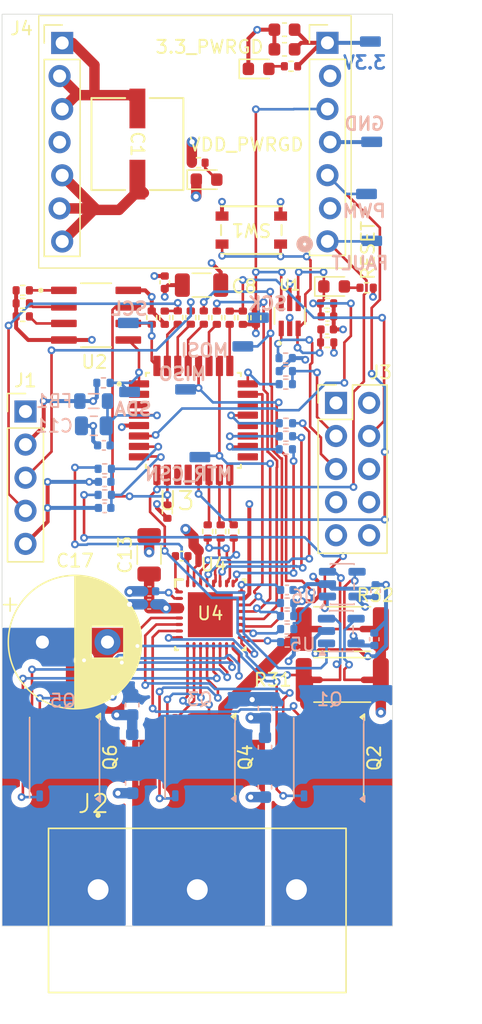
<source format=kicad_pcb>
(kicad_pcb (version 20241229) (generator "pcbnew") (generator_version "9.0")
  (layers (0 "F.Cu" signal) (4 "In1.Cu" signal) (6 "In2.Cu" signal) (2 "B.Cu" signal) (13 "F.Paste" user) (15 "B.Paste" user) (5 "F.SilkS" user "F.Silkscreen") (7 "B.SilkS" user "B.Silkscreen") (1 "F.Mask" user) (3 "B.Mask" user) (25 "Edge.Cuts" user))
  (net 0 "")
  (net 1 "GND")
  (net 2 "GNDPWR")
  (net 3 "VDD")
  (net 4 "+3.3V")
  (net 5 "SWCLK")
  (net 6 "SWD_NRST")
  (net 7 "SWDIO")
  (net 8 "UART_RX")
  (net 9 "UART_TX")
  (net 10 "PWM_IN")
  (net 11 "C0_NRST")
  (net 12 "Net-(U1-B)")
  (net 13 "/MCU/MTR_CURR_A_FILTER")
  (net 14 "/MCU/MTR_CURR_B_FILTER")
  (net 15 "Net-(U4-DVDD)")
  (net 16 "Net-(U4-VCP)")
  (net 17 "Net-(U4-CPL)")
  (net 18 "Net-(U4-CPH)")
  (net 19 "/Debug/NRST_LED")
  (net 20 "/Debug/PWR_GOOD_LED")
  (net 21 "/Debug/MTR_PWR_GOOD_LED")
  (net 23 "MTR_B")
  (net 24 "MTR_A")
  (net 25 "MTR_C")
  (net 30 "NRST_IN")
  (net 31 "FAULT_OUT")
  (net 32 "/Motor/CURR_A_POS")
  (net 33 "Net-(U4-SLA)")
  (net 34 "/Motor/CURR_A_NEG")
  (net 35 "Net-(U4-SLB)")
  (net 36 "/Motor/CURR_B_POS")
  (net 37 "/Motor/CURR_B_NEG")
  (net 38 "/Motor/GHA")
  (net 39 "/Motor/GLA")
  (net 40 "/Motor/GHB")
  (net 41 "/Motor/GLB")
  (net 42 "/Motor/GHC")
  (net 43 "/Motor/GLC")
  (net 44 "/MCU/EEPROM_A0")
  (net 45 "/MCU/EEPROM_A1")
  (net 46 "MTR_CURR_A")
  (net 47 "MTR_CURR_B")
  (net 48 "/MCU/EEPROM_A2")
  (net 49 "Net-(U3-PA14-BOOT0)")
  (net 50 "Net-(U3-PA13)")
  (net 51 "MTR_INHB")
  (net 52 "Net-(U3-PA9)")
  (net 53 "MTR_INLA")
  (net 54 "Net-(U3-PA7)")
  (net 55 "Net-(U3-PA8)")
  (net 56 "MTR_INHA")
  (net 57 "Net-(U3-PA10)")
  (net 58 "MTR_INHC")
  (net 59 "Net-(U3-PB0)")
  (net 60 "MTR_INLB")
  (net 61 "Net-(U3-PB1)")
  (net 62 "MTR_INLC")
  (net 63 "Net-(U3-PB3)")
  (net 64 "C0_SPI1_SCK")
  (net 65 "Net-(U3-PB5)")
  (net 66 "C0_SPI1_MOSI")
  (net 67 "Net-(U3-PB6)")
  (net 68 "C0_I2C1_SCL")
  (net 69 "Net-(U3-PB7)")
  (net 70 "C0_I2C1_SDA")
  (net 71 "MTR_CSN")
  (net 72 "MTR_EN")
  (net 73 "C0_SPI1_MISO")
  (net 74 "Net-(U4-SDO)")
  (net 75 "EEPROM_WC")
  (net 84 "/MCU/VDDA")
  (net 85 "Net-(U4-PGND)")
  (net 86 "Net-(U4-SLC)")
  (footprint "Resistor_SMD:R_0402_1005Metric" (layer "F.Cu") (at 146.5 85.79 90)
    (property "Reference" "R23" (hide yes))
    (property "Value" "4.7K")
  )
  (footprint "Resistor_SMD:R_0402_1005Metric" (layer "F.Cu") (at 136.59 83.7)
    (property "Reference" "R5" (hide yes))
    (property "Value" "10K")
  )
  (footprint "Resistor_SMD:R_0402_1005Metric" (layer "F.Cu") (at 157.2 66.5 180)
    (property "Reference" "R34" (hide yes))
    (property "Value" "330")
  )
  (footprint "Capacitor_SMD:C_1206_3216Metric" (layer "F.Cu") (at 146.3 104 90)
    (property "Reference" "C13")
    (property "Value" "10uF")
  )
  (footprint "Resistor_SMD:R_0402_1005Metric" (layer "F.Cu") (at 159.97 84.7 180)
    (property "Reference" "R4" (hide yes))
    (property "Value" "10K")
  )
  (footprint "Resistor_SMD:R_0402_1005Metric" (layer "F.Cu") (at 136.59 84.7)
    (property "Reference" "R6" (hide yes))
    (property "Value" "10K")
  )
  (footprint "Resistor_SMD:R_0402_1005Metric" (layer "F.Cu") (at 153.5 85.8 90)
    (property "Reference" "R11" (hide yes))
    (property "Value" "10K")
  )
  (footprint "Resistor_SMD:R_0402_1005Metric" (layer "F.Cu") (at 163.01 83.5 180)
    (property "Reference" "R33" (hide yes))
    (property "Value" "330")
  )
  (footprint "Resistor_SMD:R_0402_1005Metric" (layer "F.Cu") (at 159.98 87.7)
    (property "Reference" "R1" (hide yes))
    (property "Value" "10K")
  )
  (footprint "NetTie:NetTie-2_SMD_Pad0.5mm" (layer "F.Cu") (at 158.9 113.6)
    (property "Reference" "NT1" (hide yes))
    (property "Value" "NetTie_2" (hide yes))
  )
  (footprint "Resistor_SMD:R_0402_1005Metric" (layer "F.Cu") (at 147.7 100.69 -90)
    (property "Reference" "R36" (hide yes))
    (property "Value" "10K")
  )
  (footprint "NetTie:NetTie-2_SMD_Pad0.5mm" (layer "F.Cu") (at 163.2 109.7 180)
    (property "Reference" "NT4" (hide yes))
    (property "Value" "NetTie_2" (hide yes))
  )
  (footprint "Capacitor_SMD:C_0402_1005Metric" (layer "F.Cu") (at 159.98 86.7)
    (property "Reference" "C3" (hide yes))
    (property "Value" "0.1uF")
  )
  (footprint "Library:DRV8320SRTVR" (layer "F.Cu") (at 151 108.6)
    (property "Reference" "U4")
    (property "Value" "DRV8320SRTVR")
  )
  (footprint "Capacitor_SMD:C_0603_1608Metric" (layer "F.Cu") (at 156.7 65.2 180)
    (property "Reference" "C2" (hide yes))
    (property "Value" "22uF")
  )
  (footprint "Resistor_SMD:R_0402_1005Metric" (layer "F.Cu") (at 152.8 102.21 -90)
    (property "Reference" "R19" (hide yes))
    (property "Value" "33")
  )
  (footprint "Resistor_SMD:R_0402_1005Metric" (layer "F.Cu") (at 154.5 85.8 90)
    (property "Reference" "R2" (hide yes))
    (property "Value" "10K")
  )
  (footprint "Resistor_SMD:R_2512_6332Metric" (layer "F.Cu") (at 161.1375 113.6)
    (property "Reference" "R31")
    (property "Value" "CSS2H-2512K-2L00J")
  )
  (footprint "Capacitor_THT:CP_Radial_D10.0mm_P5.00mm" (layer "F.Cu") (at 138.1 110.7)
    (property "Reference" "C17")
    (property "Value" "440uF")
  )
  (footprint "Library:SW4_PTS815 SJM 250 SMTR LFS_CNK" (layer "F.Cu") (at 154.150001 79.074999 180)
    (property "Reference" "SW1")
    (property "Value" "PTS815 SJM 250 SMTR LFS")
  )
  (footprint "Resistor_SMD:R_0402_1005Metric" (layer "F.Cu") (at 152.49 85.8 -90)
    (property "Reference" "R12" (hide yes))
    (property "Value" "33")
  )
  (footprint "NetTie:NetTie-2_SMD_Pad0.5mm" (layer "F.Cu") (at 150.1 104.2 -90)
    (property "Reference" "NT5" (hide yes))
    (property "Value" "NetTie_2" (hide yes))
  )
  (footprint "Package_TO_SOT_SMD:TDSON-8-1" (layer "F.Cu") (at 160.095 119.595 -90)
    (property "Reference" "Q2")
    (property "Value" "CSD17577Q5A")
  )
  (footprint "Capacitor_SMD:C_0402_1005Metric" (layer "F.Cu") (at 147.5 83.08 90)
    (property "Reference" "C9" (hide yes))
    (property "Value" "0.1uF")
  )
  (footprint "Resistor_SMD:R_0402_1005Metric" (layer "F.Cu") (at 150.5 85.79 90)
    (property "Reference" "R21" (hide yes))
    (property "Value" "33")
  )
  (footprint "Library:BrushlessESC" (layer "F.Cu") (at 149.82 78.11 -90)
    (property "Reference" "J4")
    (property "Value" "~" (hide yes))
  )
  (footprint "Resistor_SMD:R_0402_1005Metric" (layer "F.Cu") (at 151.5 85.8 90)
    (property "Reference" "R20" (hide yes))
    (property "Value" "33")
  )
  (footprint "LED_SMD:LED_0603_1608Metric" (layer "F.Cu") (at 150.7125 75.2)
    (property "Reference" "D3" (hide yes))
    (property "Value" "LED BLUE")
  )
  (footprint "Library:CUI_TB005_-762-03BE" (layer "F.Cu") (at 142.38 129.7)
    (property "Reference" "J2")
    (property "Value" "Screw_Terminal_01x03")
  )
  (footprint "Resistor_SMD:R_2512_6332Metric" (layer "F.Cu") (at 161.1375 109.7)
    (property "Reference" "R32")
    (property "Value" "CSS2H-2512K-2L00J")
  )
  (footprint "NetTie:NetTie-2_SMD_Pad0.5mm" (layer "F.Cu") (at 139.1 115.9 -90)
    (property "Reference" "NT6" (hide yes))
    (property "Value" "NetTie_2" (hide yes))
  )
  (footprint "Capacitor_SMD:C_0402_1005Metric" (layer "F.Cu") (at 160 85.7)
    (property "Reference" "C5" (hide yes))
    (property "Value" "0.1uF")
  )
  (footprint "NetTie:NetTie-2_SMD_Pad0.5mm" (layer "F.Cu") (at 158.9 109.7)
    (property "Reference" "NT3" (hide yes))
    (property "Value" "NetTie_2" (hide yes))
  )
  (footprint "Resistor_SMD:R_0402_1005Metric" (layer "F.Cu") (at 149.5 85.79 90)
    (property "Reference" "R22" (hide yes))
    (property "Value" "33")
  )
  (footprint "Resistor_SMD:R_0402_1005Metric" (layer "F.Cu") (at 150.8 102.21 90)
    (property "Reference" "R15" (hide yes))
    (property "Value" "33")
  )
  (footprint "NetTie:NetTie-2_SMD_Pad0.5mm" (layer "F.Cu") (at 163.3 113.6 180)
    (property "Reference" "NT2" (hide yes))
    (property "Value" "NetTie_2" (hide yes))
  )
  (footprint "Library:SOT65P210X110-6N" (layer "F.Cu") (at 157.1 85.66 90)
    (property "Reference" "U1")
    (property "Value" "SN74LVC1G11DCKR")
  )
  (footprint "LED_SMD:LED_0603_1608Metric" (layer "F.Cu") (at 154.7125 66.7)
    (property "Reference" "D2" (hide yes))
    (property "Value" "LED GREEN")
  )
  (footprint "Package_TO_SOT_SMD:TDSON-8-1" (layer "F.Cu") (at 150.2 119.55 -90)
    (property "Reference" "Q4")
    (property "Value" "CSD17577Q5A")
  )
  (footprint "Capacitor_SMD:C_1206_3216Metric" (layer "F.Cu") (at 150.325 83.3)
    (property "Reference" "C8")
    (property "Value" "10uF")
  )
  (footprint "Resistor_SMD:R_0402_1005Metric" (layer "F.Cu") (at 136.59 85.7)
    (property "Reference" "R9" (hide yes))
    (property "Value" "10K")
  )
  (footprint "Resistor_SMD:R_0402_1005Metric" (layer "F.Cu") (at 148.5 85.79 90)
    (property "Reference" "R24" (hide yes))
    (property "Value" "33")
  )
  (footprint "Library:SOIC127P600X175-8N" (layer "F.Cu") (at 142.225 85.605)
    (property "Reference" "U2")
    (property "Value" "M24C02-WMN6TP")
  )
  (footprint "Library:QFP80P900X900X160-32N" (layer "F.Cu") (at 149.7 93.68)
    (property "Reference" "U3")
    (property "Value" "STM32G070KBT6")
  )
  (footprint "Connector_PinHeader_2.54mm:PinHeader_1x05_P2.54mm_Vertical" (layer "F.Cu") (at 136.8 93)
    (property "Reference" "J1")
    (property "Value" "UART")
  )
  (footprint "Capacitor_SMD:C_0603_1608Metric" (layer "F.Cu") (at 156.7 63.69 180)
    (property "Reference" "C4" (hide yes))
    (property "Value" "22uF")
  )
  (footprint "LED_SMD:LED_0603_1608Metric" (layer "F.Cu") (at 160.5125 83.4)
    (property "Reference" "D1" (hide yes))
    (property "Value" "LED RED")
  )
  (footprint "Connector_PinHeader_2.54mm:PinHeader_2x05_P2.54mm_Vertical" (layer "F.Cu") (at 160.66 92.34)
    (property "Reference" "J3")
    (property "Value" "Debug")
  )
  (footprint "Resistor_SMD:R_0402_1005Metric" (layer "F.Cu") (at 151.8 102.21 -90)
    (property "Reference" "R18" (hide yes))
    (property "Value" "33")
  )
  (footprint "Resistor_SMD:R_0402_1005Metric" (layer "F.Cu") (at 147.5 85.8 -90)
    (property "Reference" "R26" (hide yes))
    (property "Value" "10K")
  )
  (footprint "Package_TO_SOT_SMD:TDSON-8-1" (layer "F.Cu") (at 139.805 119.55 -90)
    (property "Reference" "Q6")
    (property "Value" "CSD17577Q5A")
  )
  (footprint "Resistor_SMD:R_0402_1005Metric" (layer "F.Cu") (at 150.09 73.9)
    (property "Reference" "R35" (hide yes))
    (property "Value" "47K")
  )
  (footprint "Capacitor_SMD:C_0402_1005Metric" (layer "F.Cu") (at 148.8 104.1 180)
    (property "Reference" "C16" (hide yes))
    (property "Value" "47nF")
  )
  (footprint "Library:CAP_A768EB_6.8x6.8_KEM" (layer "F.Cu") (at 145.4 72.4695 -90)
    (property "Reference" "C1")
    (property "Value" "100uF")
  )
  (footprint "Capacitor_SMD:C_0402_1005Metric" (layer "B.Cu") (at 156.88 106.7)
    (property "Reference" "C12" (hide yes))
    (property "Value" "1uF")
  )
  (footprint "Library:Testpoint 1.6mm x 0.8mm" (layer "B.Cu") (at 163.4 72.3 180)
    (property "Reference" "TP1" (hide yes))
    (property "Value" "GND")
  )
  (footprint "Capacitor_SMD:C_0402_1005Metric" (layer "B.Cu") (at 163.6 110.48 90)
    (property "Reference" "C25" (hide yes))
    (property "Value" "0.1uF")
  )
  (footprint "Resistor_SMD:R_0402_1005Metric" (layer "B.Cu") (at 142.89 99.4)
    (property "Reference" "R8" (hide yes))
    (property "Value" "100")
  )
  (footprint "Package_TO_SOT_SMD:TDSON-8-1" (layer "B.Cu") (at 160.105 119.605 90)
    (property "Reference" "Q1")
    (property "Value" "CSD17577Q5A")
  )
  (footprint "Resistor_SMD:R_0402_1005Metric" (layer "B.Cu") (at 156.9 107.7)
    (property "Reference" "R29" (hide yes))
    (property "Value" "10K")
  )
  (footprint "Library:Testpoint 1.6mm x 0.8mm" (layer "B.Cu") (at 154.7 85.8 180)
    (property "Reference" "TP9" (hide yes))
    (property "Value" "C0_SPI1_SCK")
  )
  (footprint "Resistor_SMD:R_0402_1005Metric" (layer "B.Cu") (at 142.89 97.4)
    (property "Reference" "R7" (hide yes))
    (property "Value" "100")
  )
  (footprint "Capacitor_SMD:C_0402_1005Metric" (layer "B.Cu") (at 142.88 100.4 180)
    (property "Reference" "C7" (hide yes))
    (property "Value" "1nf")
  )
  (footprint "Resistor_SMD:R_0402_1005Metric" (layer "B.Cu") (at 156.79 88.9)
    (property "Reference" "R3" (hide yes))
    (property "Value" "10K")
  )
  (footprint "Capacitor_SMD:C_0603_1608Metric" (layer "B.Cu") (at 155.2 121.825 -90)
    (property "Reference" "C20" (hide yes))
    (property "Value" "1uF")
  )
  (footprint "Resistor_SMD:R_0402_1005Metric" (layer "B.Cu") (at 156.8 90.9 180)
    (property "Reference" "R13" (hide yes))
    (property "Value" "33")
  )
  (footprint "Library:Testpoint 1.6mm x 0.8mm" (layer "B.Cu") (at 153.5 88 180)
    (property "Reference" "TP2" (hide yes))
    (property "Value" "C0_SPI1_MOSI")
  )
  (footprint "Resistor_SMD:R_0402_1005Metric" (layer "B.Cu") (at 156.91 110.7)
    (property "Reference" "R28" (hide yes))
    (property "Value" "10K")
  )
  (footprint "Capacitor_SMD:C_0805_2012Metric" (layer "B.Cu") (at 142.05 94.1 180)
    (property "Reference" "C11")
    (property "Value" "4.7uF")
  )
  (footprint "Package_TO_SOT_SMD:TDSON-8-1" (layer "B.Cu") (at 150.215 119.595 90)
    (property "Reference" "Q3")
    (property "Value" "CSD17577Q5A")
  )
  (footprint "Package_TO_SOT_SMD:TDSON-8-1" (layer "B.Cu") (at 139.795 119.605 90)
    (property "Reference" "Q5")
    (property "Value" "CSD17577Q5A")
  )
  (footprint "Capacitor_SMD:C_0402_1005Metric" (layer "B.Cu") (at 163.7 106.78 90)
    (property "Reference" "C22" (hide yes))
    (property "Value" "0.1uF")
  )
  (footprint "Library:Testpoint 1.6mm x 0.8mm" (layer "B.Cu") (at 144.7 86.2 180)
    (property "Reference" "TP7" (hide yes))
    (property "Value" "I2C1_SCL")
  )
  (footprint "Resistor_SMD:R_0402_1005Metric" (layer "B.Cu") (at 156.81 94.9 180)
    (property "Reference" "R14" (hide yes))
    (property "Value" "33")
  )
  (footprint "Resistor_SMD:R_0402_1005Metric" (layer "B.Cu") (at 156.8 89.9 180)
    (property "Reference" "R10" (hide yes))
    (property "Value" "10K")
  )
  (footprint "Resistor_SMD:R_0402_1005Metric" (layer "B.Cu") (at 156.91 109.7 180)
    (property "Reference" "R30" (hide yes))
    (property "Value" "33")
  )
  (footprint "Capacitor_SMD:C_0603_1608Metric" (layer "B.Cu") (at 145 121.525 -90)
    (property "Reference" "C18" (hide yes))
    (property "Value" "1uF")
  )
  (footprint "Library:Testpoint 1.6mm x 0.8mm" (layer "B.Cu") (at 149.1 91.3 180)
    (property "Reference" "TP6" (hide yes))
    (property "Value" "C0_SPI1_MISO")
  )
  (footprint "Library:Testpoint 1.6mm x 0.8mm" (layer "B.Cu") (at 163 76.3 180)
    (property "Reference" "TP3" (hide yes))
    (property "Value" "PWM_IN")
  )
  (footprint "Capacitor_SMD:C_0402_1005Metric" (layer "B.Cu") (at 146.32 106.8)
    (property "Reference" "C15" (hide yes))
    (property "Value" "1uF")
  )
  (footprint "Package_TO_SOT_SMD:SOT-23-5" (layer "B.Cu") (at 161.0625 109.85)
    (property "Reference" "U5")
    (property "Value" "INA180A2")
  )
  (footprint "Resistor_SMD:R_0402_1005Metric" (layer "B.Cu") (at 156.9 108.7)
    (property "Reference" "R27" (hide yes))
    (property "Value" "10K")
  )
  (footprint "Library:Testpoint 1.6mm x 0.8mm" (layer "B.Cu") (at 144.8 91.5 180)
    (property "Reference" "TP4" (hide yes))
    (property "Value" "I2C1_SDA")
  )
  (footprint "Package_TO_SOT_SMD:SOT-23-5" (layer "B.Cu") (at 161.1375 106.25)
    (property "Reference" "U6")
    (property "Value" "INA180A2")
  )
  (footprint "Inductor_SMD:L_0805_2012Metric" (layer "B.Cu") (at 142.0375 92.2)
    (property "Reference" "FB1")
    (property "Value" "FerriteBead")
  )
  (footprint "Capacitor_SMD:C_0603_1608Metric" (layer "B.Cu") (at 155.2 118.775 90)
    (property "Reference" "C21" (hide yes))
    (property "Value" "1uF")
  )
  (footprint "Capacitor_SMD:C_0603_1608Metric" (layer "B.Cu") (at 145 115.525 -90)
    (property "Reference" "C23" (hide yes))
    (property "Value" "1uF")
  )
  (footprint "Resistor_SMD:R_0402_1005Metric" (layer "B.Cu") (at 142.79 90.8 180)
    (property "Reference" "R25" (hide yes))
    (property "Value" "4.7K")
  )
  (footprint "Capacitor_SMD:C_0402_1005Metric" (layer "B.Cu") (at 142.88 98.4 180)
    (property "Reference" "C6" (hide yes))
    (property "Value" "1nf")
  )
  (footprint "Library:Testpoint 1.6mm x 0.8mm" (layer "B.Cu") (at 163.4 79.9 180)
    (property "Reference" "TP8" (hide yes))
    (property "Value" "FAULT_OUT")
  )
  (footprint "Capacitor_SMD:C_0402_1005Metric" (layer "B.Cu") (at 146.3 107.8 180)
    (property "Reference" "C14" (hide yes))
    (property "Value" "0.1uF")
  )
  (footprint "Resistor_SMD:R_0402_1005Metric" (layer "B.Cu") (at 156.8 95.9 180)
    (property "Reference" "R16" (hide yes))
    (property "Value" "33")
  )
  (footprint "Resistor_SMD:R_0402_1005Metric" (layer "B.Cu") (at 156.81 93.9 180)
    (property "Reference" "R17" (hide yes))
    (property "Value" "33")
  )
  (footprint "Library:Testpoint 1.6mm x 0.8mm" (layer "B.Cu") (at 150.2 96.5 180)
    (property "Reference" "TP10" (hide yes))
    (property "Value" "MTR_CSN")
  )
  (footprint "Capacitor_SMD:C_0402_1005Metric" (layer "B.Cu") (at 142.82 95.6 180)
    (property "Reference" "C10" (hide yes))
    (property "Value" "0.1uF")
  )
  (footprint "Capacitor_SMD:C_0603_1608Metric" (layer "B.Cu") (at 155.2 115.775 -90)
    (property "Reference" "C24" (hide yes))
    (property "Value" "1uF")
  )
  (footprint "Capacitor_SMD:C_0603_1608Metric" (layer "B.Cu") (at 145 118.55 90)
    (property "Reference" "C19" (hide yes))
    (property "Value" "1uF")
  )
  (footprint "Library:Testpoint 1.6mm x 0.8mm" (layer "B.Cu") (at 163.3 64.6 180)
    (property "Reference" "TP5" (hide yes))
    (property "Value" "POS3P3")
  )
  (gr_rect (start 135 62.5) (end 165 132.5) (stroke (width 0.05)) (fill no) (layer "Edge.Cuts"))
  (gr_text "3.3V" (at 164.6 66.8 0) (layer "B.Cu") (effects (font (size 1 1) (thickness 0.2) (bold yes)) (justify left bottom mirror)))
  (gr_text "3.3_PWRGD" (at 146.7 65.6 0) (layer "F.SilkS") (effects (font (size 1 1)) (justify left bottom)))
  (gr_text "VDD_PWRGD" (at 149.3 73.1 0) (layer "F.SilkS") (effects (font (size 1 1)) (justify left bottom)))
  (gr_text "RESET" (at 163.7 83 90) (layer "F.SilkS") (effects (font (size 1 1)) (justify left bottom)))
  (gr_text "FAULT" (at 164.8 82.2 0) (layer "B.SilkS") (effects (font (size 1 1) (thickness 0.2) (bold yes)) (justify left bottom mirror)))
  (gr_text "PWM" (at 164.6 78.2 0) (layer "B.SilkS") (effects (font (size 1 1) (thickness 0.2) (bold yes)) (justify left bottom mirror)))
  (gr_text "SDA\n" (at 146.6 93.4 0) (layer "B.SilkS") (effects (font (size 1 1) (thickness 0.2) (bold yes)) (justify left bottom mirror)))
  (gr_text "SCL" (at 146.3 85.7 0) (layer "B.SilkS") (effects (font (size 1 1) (thickness 0.2) (bold yes)) (justify left bottom mirror)))
  (gr_text "MTR_CSN" (at 152.8 98.4 0) (layer "B.SilkS") (effects (font (size 1 1) (thickness 0.2) (bold yes)) (justify left bottom mirror)))
  (gr_text "MISO" (at 150.8 90.7 0) (layer "B.SilkS") (effects (font (size 1 1) (thickness 0.2) (bold yes)) (justify left bottom mirror)))
  (gr_text "SCK" (at 157 85.3 0) (layer "B.SilkS") (effects (font (size 1 1) (thickness 0.2) (bold yes)) (justify left bottom mirror)))
  (gr_text "MOSI" (at 152.5 88.9 0) (layer "B.SilkS") (effects (font (size 1 1) (thickness 0.2) (bold yes)) (justify left bottom mirror)))
  (gr_text "GND" (at 164.5 71.5 0) (layer "B.SilkS") (effects (font (size 1 1) (thickness 0.2) (bold yes)) (justify left bottom mirror)))
  (segment (start 137.01 87.51) (end 136.1 86.6) (width 0.3048) (layer "F.Cu") (net 1))
  (segment (start 162.952364 111.792519) (end 162.479445 111.3196) (width 0.3048) (layer "F.Cu") (net 1))
  (segment (start 138.5 100.4) (end 138.5 98.4) (width 0.3048) (layer "F.Cu") (net 1))
  (segment (start 153.5 86.31) (end 154.5 86.31) (width 0.3048) (layer "F.Cu") (net 1))
  (segment (start 136.8 103.16) (end 138.5 101.46) (width 0.3048) (layer "F.Cu") (net 1))
  (segment (start 136.08 86.58) (end 136.1 86.6) (width 0.3048) (layer "F.Cu") (net 1))
  (segment (start 147.5 82.6) (end 146.7 82.6) (width 0.3048) (layer "F.Cu") (net 1))
  (segment (start 160.48 85.7) (end 160.48 86.68) (width 0.3048) (layer "F.Cu") (net 1))
  (segment (start 153.925 64.375) (end 154.6 63.7) (width 0.3048) (layer "F.Cu") (net 1))
  (segment (start 151.8 83.3) (end 151.8 82.3) (width 0.3048) (layer "F.Cu") (net 1))
  (segment (start 139.75 87.51) (end 137.01 87.51) (width 0.3048) (layer "F.Cu") (net 1))
  (segment (start 153.4 107.35) (end 153.646252 107.35) (width 0.3048) (layer "F.Cu") (net 1))
  (segment (start 152.25 107.35) (end 153.4 107.35) (width 0.3048) (layer "F.Cu") (net 1))
  (segment (start 151.9 78) (end 151.9 76.9) (width 0.3048) (layer "F.Cu") (net 1))
  (segment (start 160.48 86.68) (end 160.46 86.7) (width 0.3048) (layer "F.Cu") (net 1))
  (segment (start 136.08 85.7) (end 136.08 86.58) (width 0.3048) (layer "F.Cu") (net 1))
  (segment (start 155.925 63.69) (end 154.61 63.69) (width 0.3048) (layer "F.Cu") (net 1))
  (segment (start 159.350669 111.3196) (end 159.073856 111.596413) (width 0.3048) (layer "F.Cu") (net 1))
  (segment (start 153.925 66.7) (end 153.925 64.375) (width 0.3048) (layer "F.Cu") (net 1))
  (segment (start 157.1 86.62) (end 157.1 85.8) (width 0.3048) (layer "F.Cu") (net 1))
  (segment (start 162.479445 111.3196) (end 159.350669 111.3196) (width 0.3048) (layer "F.Cu") (net 1))
  (segment (start 160.48 84.7) (end 160.48 85.7) (width 0.3048) (layer "F.Cu") (net 1))
  (segment (start 144.32 94.08) (end 144.2 94.2) (width 0.3048) (layer "F.Cu") (net 1))
  (segment (start 153.646252 107.35) (end 154 106.996252) (width 0.3048) (layer "F.Cu") (net 1))
  (segment (start 155.925 65.2) (end 155.925 63.69) (width 0.3048) (layer "F.Cu") (net 1))
  (segment (start 151.8 82.3) (end 151.1 81.6) (width 0.3048) (layer "F.Cu") (net 1))
  (segment (start 141.89 87.51) (end 141.9 87.5) (width 0.3048) (layer "F.Cu") (net 1))
  (segment (start 154.61 63.69) (end 154.6 63.7) (width 0.3048) (layer "F.Cu") (net 1))
  (segment (start 138.5 101.46) (end 138.5 100.4) (width 0.3048) (layer "F.Cu") (net 1))
  (segment (start 160.46 86.7) (end 161.2 86.7) (width 0.3048) (layer "F.Cu") (net 1))
  (segment (start 163.1 111.792519) (end 162.952364 111.792519) (width 0.3048) (layer "F.Cu") (net 1))
  (segment (start 156.400002 76.900002) (end 156.4 76.9) (width 0.3048) (layer "F.Cu") (net 1))
  (segment (start 139.75 87.51) (end 141.89 87.51) (width 0.3048) (layer "F.Cu") (net 1))
  (segment (start 151 108.6) (end 152.25 107.35) (width 0.3048) (layer "F.Cu") (net 1))
  (segment (start 136.08 84.7) (end 136.08 85.7) (width 0.3048) (layer "F.Cu") (net 1))
  (segment (start 136.08 83.7) (end 136.08 84.7) (width 0.3048) (layer "F.Cu") (net 1))
  (segment (start 145.52 94.08) (end 144.32 94.08) (width 0.3048) (layer "F.Cu") (net 1))
  (segment (start 154 106.996252) (end 154 100.1) (width 0.3048) (layer "F.Cu") (net 1))
  (segment (start 154.5 86.31) (end 154.5 87) (width 0.3048) (layer "F.Cu") (net 1))
  (segment (start 156.400002 78) (end 156.400002 76.900002) (width 0.3048) (layer "F.Cu") (net 1))
  (via (at 142 94.1) (size 0.6) (drill 0.3) (layers "F.Cu" "B.Cu") (net 1))
  (via (at 151.1 81.6) (size 0.6) (drill 0.3) (layers "F.Cu" "B.Cu") (net 1))
  (via (at 144.2 94.2) (size 0.6) (drill 0.3) (layers "F.Cu" "B.Cu") (net 1))
  (via (at 138.5 100.4) (size 0.6) (drill 0.3) (layers "F.Cu" "B.Cu") (net 1))
  (via (at 154.6 63.7) (size 0.6) (drill 0.3) (layers "F.Cu" "B.Cu") (net 1))
  (via (at 151.9 76.9) (size 0.6) (drill 0.3) (layers "F.Cu" "B.Cu") (net 1))
  (via (at 154 100.1) (size 0.6) (drill 0.3) (layers "F.Cu" "B.Cu") (net 1))
  (via (at 163.1 111.792519) (size 0.6) (drill 0.3) (layers "F.Cu" "B.Cu") (net 1))
  (via (at 154.5 87) (size 0.6) (drill 0.3) (layers "F.Cu" "B.Cu") (net 1))
  (via (at 156.4 76.9) (size 0.6) (drill 0.3) (layers "F.Cu" "B.Cu") (net 1))
  (via (at 158 106.7) (size 0.6) (drill 0.3) (layers "F.Cu" "B.Cu") (net 1))
  (via (at 146.7 82.6) (size 0.6) (drill 0.3) (layers "F.Cu" "B.Cu") (net 1))
  (via (at 164.5 106.3) (size 0.6) (drill 0.3) (layers "F.Cu" "B.Cu") (net 1))
  (via (at 161.2 86.7) (size 0.6) (drill 0.3) (layers "F.Cu" "B.Cu") (net 1))
  (via (at 157.1 85.8) (size 0.6) (drill 0.3) (layers "F.Cu" "B.Cu") (net 1))
  (via (at 141.7 98.4) (size 0.6) (drill 0.3) (layers "F.Cu" "B.Cu") (net 1))
  (via (at 141.9 87.5) (size 0.6) (drill 0.3) (layers "F.Cu" "B.Cu") (net 1))
  (via (at 138.5 98.4) (size 0.6) (drill 0.3) (layers "F.Cu" "B.Cu") (net 1))
  (via (at 159.073856 111.596413) (size 0.6) (drill 0.3) (layers "F.Cu" "B.Cu") (net 1))
  (segment (start 141.1 94.1) (end 142 94.1) (width 0.3048) (layer "B.Cu") (net 1))
  (segment (start 163.6 110) (end 164.5 109.1) (width 0.3048) (layer "B.Cu") (net 1))
  (segment (start 138.5 100.4) (end 142.4 100.4) (width 0.3048) (layer "B.Cu") (net 1))
  (segment (start 142.4 98.4) (end 141.7 98.4) (width 0.3048) (layer "B.Cu") (net 1))
  (segment (start 163.1 111.792519) (end 163.675897 111.792519) (width 0.3048) (layer "B.Cu") (net 1))
  (segment (start 158.45 106.25) (end 158 106.7) (width 0.3048) (layer "B.Cu") (net 1))
  (segment (start 160 106.25) (end 160.348871 106.598871) (width 0.3048) (layer "B.Cu") (net 1))
  (segment (start 158.9821 111.504657) (end 159.073856 111.596413) (width 0.3048) (layer "B.Cu") (net 1))
  (segment (start 160.2 72.32) (end 163.38 72.32) (width 0.3048) (layer "B.Cu") (net 1))
  (segment (start 164.5 110.968416) (end 164.5 109.1) (width 0.3048) (layer "B.Cu") (net 1))
  (segment (start 163.38 72.32) (end 163.4 72.3) (width 0.3048) (layer "B.Cu") (net 1))
  (segment (start 157.36 106.7) (end 158 106.7) (width 0.3048) (layer "B.Cu") (net 1))
  (segment (start 158.9821 110.467566) (end 158.9821 111.504657) (width 0.3048) (layer "B.Cu") (net 1))
  (segment (start 164.5 109.1) (end 164.5 106.3) (width 0.3048) (layer "B.Cu") (net 1))
  (segment (start 160.348871 106.598871) (end 163.401129 106.598871) (width 0.3048) (layer "B.Cu") (net 1))
  (segment (start 160 106.25) (end 158.45 106.25) (width 0.3048) (layer "B.Cu") (net 1))
  (segment (start 163.675897 111.792519) (end 164.5 110.968416) (width 0.3048) (layer "B.Cu") (net 1))
  (segment (start 159.599666 109.85) (end 158.9821 110.467566) (width 0.3048) (layer "B.Cu") (net 1))
  (segment (start 163.7 106.3) (end 164.5 106.3) (width 0.3048) (layer "B.Cu") (net 1))
  (segment (start 163.401129 106.598871) (end 163.7 106.3) (width 0.3048) (layer "B.Cu") (net 1))
  (segment (start 159.925 109.85) (end 159.599666 109.85) (width 0.3048) (layer "B.Cu") (net 1))
  (segment (start 138.5 98.4) (end 141.7 98.4) (width 0.3048) (layer "B.Cu") (net 1))
  (segment (start 142 95.26) (end 142 94.1) (width 0.3048) (layer "B.Cu") (net 1))
  (segment (start 142.34 95.6) (end 142 95.26) (width 0.3048) (layer "B.Cu") (net 1))
  (segment (start 142.046 77.524) (end 142.274 77.524) (width 0.8) (layer "F.Cu") (net 2))
  (segment (start 143.9904 77.524) (end 145.4 76.1144) (width 0.8) (layer "F.Cu") (net 2))
  (segment (start 139.62 79.95) (end 142.046 77.524) (width 0.8) (layer "F.Cu") (net 2))
  (segment (start 149.719287 102.645) (end 149.1 102.025713) (width 0.8) (layer "F.Cu") (net 2))
  (segment (start 145.8943 76.2233) (end 145.4 75.729) (width 0.8) (layer "F.Cu") (net 2))
  (segment (start 142.274 77.524) (end 143.9904 77.524) (width 0.8) (layer "F.Cu") (net 2))
  (segment (start 139.42 77.41) (end 142.16 77.41) (width 0.8) (layer "F.Cu") (net 2))
  (segment (start 145.4 75.729) (end 145.4 75.2) (width 0.8) (layer "F.Cu") (net 2))
  (segment (start 139.62 74.87) (end 142.274 77.524) (width 0.8) (layer "F.Cu") (net 2))
  (segment (start 149.925 75.2) (end 149.925 76.475) (width 0.8) (layer "F.Cu") (net 2))
  (segment (start 164.1 113.6) (end 164.1 116.1) (width 0.8) (layer "F.Cu") (net 2))
  (segment (start 164.1 109.7) (end 164.1 113.6) (width 0.8) (layer "F.Cu") (net 2))
  (segment (start 142.16 77.41) (end 142.274 77.524) (width 0.8) (layer "F.Cu") (net 2))
  (segment (start 150.1 103.661426) (end 150.1 103.7) (width 0.8) (layer "F.Cu") (net 2))
  (segment (start 149.719287 103.280713) (end 150.1 103.661426) (width 0.8) (layer "F.Cu") (net 2))
  (segment (start 149.925 75.2) (end 149.925 75.674999) (width 0.8) (layer "F.Cu") (net 2))
  (segment (start 146.3 102.525) (end 146.3 103.8) (width 0.8) (layer "F.Cu") (net 2))
  (segment (start 149.719287 103.280713) (end 149.719287 102.645) (width 0.8) (layer "F.Cu") (net 2))
  (segment (start 149.925 76.475) (end 149.9 76.5) (width 0.8) (layer "F.Cu") (net 2))
  (segment (start 145.4 76.1144) (end 145.4 75.2) (width 0.8) (layer "F.Cu") (net 2))
  (via (at 143.8 116.3) (size 0.8) (drill 0.4) (layers "F.Cu" "B.Cu") (net 2))
  (via (at 154.1 122.6) (size 0.8) (drill 0.4) (layers "F.Cu" "B.Cu") (net 2))
  (via (at 143.9 122.3) (size 0.8) (drill 0.4) (layers "F.Cu" "B.Cu") (net 2))
  (via (at 154.1 116.5) (size 0.8) (drill 0.4) (layers "F.Cu" "B.Cu") (net 2))
  (via (at 144.8 107.8) (size 0.8) (drill 0.4) (layers "F.Cu" "B.Cu") (net 2))
  (via (at 164.1 116.1) (size 0.8) (drill 0.4) (layers "F.Cu" "B.Cu") (net 2))
  (via (at 149.1 102.025713) (size 0.8) (drill 0.4) (layers "F.Cu" "B.Cu") (net 2))
  (via (at 149.9 76.5) (size 0.8) (drill 0.4) (layers "F.Cu" "B.Cu") (net 2))
  (via (at 146.3 103.8) (size 0.8) (drill 0.4) (layers "F.Cu" "B.Cu") (net 2))
  (segment (start 145.82 107.8) (end 144.8 107.8) (width 0.8) (layer "B.Cu") (net 2))
  (segment (start 155.2 116.55) (end 154.15 116.55) (width 0.8) (layer "B.Cu") (net 2))
  (segment (start 155.2 122.6) (end 154.1 122.6) (width 0.8) (layer "B.Cu") (net 2))
  (segment (start 145 116.3) (end 143.8 116.3) (width 0.8) (layer "B.Cu") (net 2))
  (segment (start 145 117.775) (end 145 116.3) (width 0.8) (layer "B.Cu") (net 2))
  (segment (start 155.2 118) (end 155.2 116.55) (width 0.8) (layer "B.Cu") (net 2))
  (segment (start 145 122.3) (end 143.9 122.3) (width 0.8) (layer "B.Cu") (net 2))
  (segment (start 154.15 116.55) (end 154.1 116.5) (width 0.8) (layer "B.Cu") (net 2))
  (segment (start 146.3 108.1) (end 147.6 108.1) (width 0.8) (layer "F.Cu") (net 3))
  (segment (start 146.3 105.475) (end 146.3 108.1) (width 0.8) (layer "F.Cu") (net 3))
  (segment (start 144.9057 68.7157) (end 142.1 68.7157) (width 0.8) (layer "F.Cu") (net 3))
  (segment (start 140.8857 68.7157) (end 140.6943 68.7157) (width 0.8) (layer "F.Cu") (net 3))
  (segment (start 149.58 73.9) (end 149.58 72.32) (width 0.8) (layer "F.Cu") (net 3))
  (segment (start 139.42 67.25) (end 140.8857 68.7157) (width 0.8) (layer "F.Cu") (net 3))
  (segment (start 145.4 69.739) (end 145.4 69.21) (width 0.8) (layer "F.Cu") (net 3))
  (segment (start 147.6 108.1) (end 148.6 108.1) (width 0.8) (layer "F.Cu") (net 3))
  (segment (start 145.4 69.21) (end 144.9057 68.7157) (width 0.8) (layer "F.Cu") (net 3))
  (segment (start 139.62 64.71) (end 140.41 64.71) (width 0.8) (layer "F.Cu") (net 3))
  (segment (start 142.1 66.4) (end 142.1 68.7157) (width 0.8) (layer "F.Cu") (net 3))
  (segment (start 140.41 64.71) (end 142.1 66.4) (width 0.8) (layer "F.Cu") (net 3))
  (segment (start 149.58 72.32) (end 149.6 72.3) (width 0.8) (layer "F.Cu") (net 3))
  (segment (start 142.1 68.7157) (end 140.8857 68.7157) (width 0.8) (layer "F.Cu") (net 3))
  (segment (start 140.6943 68.7157) (end 139.62 69.79) (width 0.8) (layer "F.Cu") (net 3))
  (via (at 149.6 72.3) (size 0.8) (drill 0.4) (layers "F.Cu" "B.Cu") (net 3))
  (via (at 154.213699 115.113699) (size 0.8) (drill 0.4) (layers "F.Cu" "B.Cu") (net 3))
  (via (at 147.6 108.1) (size 0.8) (drill 0.4) (layers "F.Cu" "B.Cu") (net 3))
  (via (at 144.8 106.839997) (size 0.8) (drill 0.4) (layers "F.Cu" "B.Cu") (net 3))
  (segment (start 155.2 115) (end 154.327398 115) (width 0.8) (layer "B.Cu") (net 3))
  (segment (start 145.84 106.8) (end 144.839997 106.8) (width 0.8) (layer "B.Cu") (net 3))
  (segment (start 144.839997 106.8) (end 144.8 106.839997) (width 0.8) (layer "B.Cu") (net 3))
  (segment (start 146.78 107.8) (end 147.3 107.8) (width 0.8) (layer "B.Cu") (net 3))
  (segment (start 154.327398 115) (end 154.213699 115.113699) (width 0.8) (layer "B.Cu") (net 3))
  (segment (start 147.3 107.8) (end 147.6 108.1) (width 0.8) (layer "B.Cu") (net 3))
  (segment (start 146.9 100.4) (end 146.9 100.1) (width 0.3048) (layer "F.Cu") (net 4))
  (segment (start 160.49 88.49) (end 160.5 88.5) (width 0.3048) (layer "F.Cu") (net 4))
  (segment (start 148.85 83.3) (end 147.76 83.3) (width 0.3048) (layer "F.Cu") (net 4))
  (segment (start 138.2 94.14) (end 138.2 92.2) (width 0.3048) (layer "F.Cu") (net 4))
  (segment (start 147.76 83.3) (end 147.5 83.56) (width 0.3048) (layer "F.Cu") (net 4))
  (segment (start 147.5 86.31) (end 147.5 86.28) (width 0.3048) (layer "F.Cu") (net 4))
  (segment (start 159.376513 107.14041) (end 159.376513 106.147113) (width 0.3048) (layer "F.Cu") (net 4))
  (segment (start 147.5 83.56) (end 147.5 84.2) (width 0.3048) (layer "F.Cu") (net 4))
  (segment (start 146 83.7) (end 146.5 84.2) (width 0.3048) (layer "F.Cu") (net 4))
  (segment (start 160.49 87.7) (end 160.49 88.49) (width 0.3048) (layer "F.Cu") (net 4))
  (segment (start 146.5 85.28) (end 146.5 84.2) (width 0.3048) (layer "F.Cu") (net 4))
  (segment (start 147.5 86.28) (end 146.5 85.28) (width 0.3048) (layer "F.Cu") (net 4))
  (segment (start 144.7 83.7) (end 146 83.7) (width 0.3048) (layer "F.Cu") (net 4))
  (segment (start 159.376513 106.147113) (end 158.9 105.6706) (width 0.3048) (layer "F.Cu") (net 4))
  (segment (start 163.52 83.5) (end 163.52 84.18) (width 0.3048) (layer "F.Cu") (net 4))
  (segment (start 163.52 84.18) (end 163.5 84.2) (width 0.3048) (layer "F.Cu") (net 4))
  (segment (start 160 64.7) (end 158.485 64.7) (width 0.3048) (layer "F.Cu") (net 4))
  (segment (start 157.1 84.7) (end 157.1 83.2) (width 0.3048) (layer "F.Cu") (net 4))
  (segment (start 158.041201 107.565) (end 158.951923 107.565) (width 0.3048) (layer "F.Cu") (net 4))
  (segment (start 147.7 101.2) (end 146.9 100.4) (width 0.3048) (layer "F.Cu") (net 4))
  (segment (start 160 64.7) (end 157.975 64.7) (width 0.3048) (layer "F.Cu") (net 4))
  (segment (start 136.8 95.54) (end 138.2 94.14) (width 0.3048) (layer "F.Cu") (net 4))
  (segment (start 157.975 64.7) (end 157.475 65.2) (width 0.3048) (layer "F.Cu") (net 4))
  (segment (start 158.485 64.7) (end 157.475 63.69) (width 0.3048) (layer "F.Cu") (net 4))
  (segment (start 160 64.7) (end 159.51 64.7) (width 0.3048) (layer "F.Cu") (net 4))
  (segment (start 159.51 64.7) (end 157.71 66.5) (width 0.3048) (layer "F.Cu") (net 4))
  (segment (start 158.951923 107.565) (end 159.376513 107.14041) (width 0.3048) (layer "F.Cu") (net 4))
  (via (at 158.9 105.6706) (size 0.6) (drill 0.3) (layers "F.Cu" "B.Cu") (net 4))
  (via (at 163.5 84.2) (size 0.6) (drill 0.3) (layers "F.Cu" "B.Cu") (net 4))
  (via (at 146.5 84.2) (size 0.6) (drill 0.3) (layers "F.Cu" "B.Cu") (net 4))
  (via (at 146.9 100.1) (size 0.6) (drill 0.3) (layers "F.Cu" "B.Cu") (net 4))
  (via (at 162.9 108) (size 0.6) (drill 0.3) (layers "F.Cu" "B.Cu") (net 4))
  (via (at 157.012975 112.173) (size 0.6) (drill 0.3) (layers "F.Cu" "B.Cu") (net 4))
  (via (at 142 92.2) (size 0.6) (drill 0.3) (layers "F.Cu" "B.Cu") (net 4))
  (via (at 160.5 88.5) (size 0.6) (drill 0.3) (layers "F.Cu" "B.Cu") (net 4))
  (via (at 147.5 84.2) (size 0.6) (drill 0.3) (layers "F.Cu" "B.Cu") (net 4))
  (via (at 162 110.227) (size 0.6) (drill 0.3) (layers "F.Cu" "B.Cu") (net 4))
  (via (at 158.041201 107.565) (size 0.6) (drill 0.3) (layers "F.Cu" "B.Cu") (net 4))
  (via (at 158.3 89.027) (size 0.6) (drill 0.3) (layers "F.Cu" "B.Cu") (net 4))
  (via (at 138.2 92.2) (size 0.6) (drill 0.3) (layers "F.Cu" "B.Cu") (net 4))
  (via (at 157.1 83.2) (size 0.6) (drill 0.3) (layers "F.Cu" "B.Cu") (net 4))
  (segment (start 162.2 110.8) (end 162.2 110.427) (width 0.3048) (layer "B.Cu") (net 4))
  (segment (start 162.2 110.427) (end 162 110.227) (width 0.3048) (layer "B.Cu") (net 4))
  (segment (start 142.28 90.8) (end 142.28 91.92) (width 0.3048) (layer "B.Cu") (net 4))
  (segment (start 157.41 107.7) (end 157.906201 107.7) (width 0.3048) (layer "B.Cu") (net 4))
  (segment (start 157.41 108.7) (end 157.41 107.7) (width 0.3048) (layer "B.Cu") (net 4))
  (segment (start 157.42 111.68) (end 157.3 111.8) (width 0.3048) (layer "B.Cu") (net 4))
  (segment (start 157.3 111.8) (end 157.012975 112.087025) (width 0.3048) (layer "B.Cu") (net 4))
  (segment (start 160 64.7) (end 163.2 64.7) (width 0.3048) (layer "B.Cu") (net 4))
  (segment (start 162.275 107.375) (end 162.9 108) (width 0.3048) (layer "B.Cu") (net 4))
  (segment (start 157.906201 107.7) (end 158.041201 107.565) (width 0.3048) (layer "B.Cu") (net 4))
  (segment (start 138.2 92.2) (end 140.975 92.2) (width 0.3048) (layer "B.Cu") (net 4))
  (segment (start 162.36 110.96) (end 162.2 110.8) (width 0.3048) (layer "B.Cu") (net 4))
  (segment (start 157.012975 112.087025) (end 157.012975 112.173) (width 0.3048) (layer "B.Cu") (net 4))
  (segment (start 158.173 88.9) (end 158.3 89.027) (width 0.3048) (layer "B.Cu") (net 4))
  (segment (start 162.275 107.2) (end 162.275 107.375) (width 0.3048) (layer "B.Cu") (net 4))
  (segment (start 140.975 92.2) (end 142 92.2) (width 0.3048) (layer "B.Cu") (net 4))
  (segment (start 157.29 88.9) (end 156.29 89.9) (width 0.3048) (layer "B.Cu") (net 4))
  (segment (start 142.28 91.92) (end 142 92.2) (width 0.3048) (layer "B.Cu") (net 4))
  (segment (start 163.2 64.7) (end 163.3 64.6) (width 0.3048) (layer "B.Cu") (net 4))
  (segment (start 163.7 107.26) (end 162.335 107.26) (width 0.3048) (layer "B.Cu") (net 4))
  (segment (start 157.3 88.9) (end 158.173 88.9) (width 0.3048) (layer "B.Cu") (net 4))
  (segment (start 157.3 88.9) (end 157.29 88.9) (width 0.3048) (layer "B.Cu") (net 4))
  (segment (start 162.335 107.26) (end 162.275 107.2) (width 0.3048) (layer "B.Cu") (net 4))
  (segment (start 163.6 110.96) (end 162.36 110.96) (width 0.3048) (layer "B.Cu") (net 4))
  (segment (start 157.42 110.7) (end 157.42 111.68) (width 0.3048) (layer "B.Cu") (net 4))
  (segment (start 153.5 85.29) (end 153.5 82.9) (width 0.2) (layer "F.Cu") (net 5))
  (segment (start 164.351 93.729) (end 163.2 94.88) (width 0.2) (layer "F.Cu") (net 5))
  (segment (start 164.2 85.8) (end 164.351 85.951) (width 0.2) (layer "F.Cu") (net 5))
  (segment (start 164.351 85.951) (end 164.351 93.729) (width 0.2) (layer "F.Cu") (net 5))
  (segment (start 153.5 85.29) (end 152.49 85.29) (width 0.2) (layer "F.Cu") (net 5))
  (via (at 164.2 85.8) (size 0.6) (drill 0.3) (layers "F.Cu" "B.Cu") (net 5))
  (via (at 153.5 82.9) (size 0.6) (drill 0.3) (layers "F.Cu" "B.Cu") (net 5))
  (segment (start 156.053295 82.9) (end 158.953295 85.8) (width 0.2) (layer "B.Cu") (net 5))
  (segment (start 153.5 82.9) (end 156.053295 82.9) (width 0.2) (layer "B.Cu") (net 5))
  (segment (start 158.953295 85.8) (end 164.2 85.8) (width 0.2) (layer "B.Cu") (net 5))
  (segment (start 158.672 94.172) (end 159.5 95) (width 0.2) (layer "F.Cu") (net 6))
  (segment (start 159.5 96.26) (end 160.66 97.42) (width 0.2) (layer "F.Cu") (net 6))
  (segment (start 158.828 89.245705) (end 158.672 89.401705) (width 0.2) (layer "F.Cu") (net 6))
  (segment (start 158.828 87.728) (end 158.828 89.245705) (width 0.2) (layer "F.Cu") (net 6))
  (segment (start 156.45 87.55) (end 156.45 86.62) (width 0.2) (layer "F.Cu") (net 6))
  (segment (start 159.5 95) (end 159.5 96.26) (width 0.2) (layer "F.Cu") (net 6))
  (segment (start 158.672 89.401705) (end 158.672 94.172) (width 0.2) (layer "F.Cu") (net 6))
  (segment (start 156.2 87.8) (end 156.45 87.55) (width 0.2) (layer "F.Cu") (net 6))
  (segment (start 158.6 87.5) (end 158.828 87.728) (width 0.2) (layer "F.Cu") (net 6))
  (via (at 156.2 87.8) (size 0.6) (drill 0.3) (layers "F.Cu" "B.Cu") (net 6))
  (via (at 158.6 87.5) (size 0.6) (drill 0.3) (layers "F.Cu" "B.Cu") (net 6))
  (segment (start 156.5 87.5) (end 158.6 87.5) (width 0.2) (layer "B.Cu") (net 6))
  (segment (start 156.2 88.500001) (end 156.28 88.580001) (width 0.2) (layer "B.Cu") (net 6))
  (segment (start 156.2 87.8) (end 156.2 88.500001) (width 0.2) (layer "B.Cu") (net 6))
  (segment (start 156.2 87.8) (end 156.5 87.5) (width 0.2) (layer "B.Cu") (net 6))
  (segment (start 156.28 88.580001) (end 156.28 88.9) (width 0.2) (layer "B.Cu") (net 6))
  (segment (start 159.2 90) (end 159.2 93.42) (width 0.2) (layer "F.Cu") (net 7))
  (segment (start 159.2 93.42) (end 160.66 94.88) (width 0.2) (layer "F.Cu") (net 7))
  (via (at 159.2 90) (size 0.6) (drill 0.3) (layers "F.Cu" "B.Cu") (net 7))
  (segment (start 157.31 89.9) (end 159.1 89.9) (width 0.2) (layer "B.Cu") (net 7))
  (segment (start 157.31 89.9) (end 157.31 90.9) (width 0.2) (layer "B.Cu") (net 7))
  (segment (start 159.1 89.9) (end 159.2 90) (width 0.2) (layer "B.Cu") (net 7))
  (segment (start 147.51 85.28) (end 147.5 85.29) (width 0.2) (layer "F.Cu") (net 8))
  (segment (start 148.5 85.28) (end 148.5 84.660056) (width 0.2) (layer "F.Cu") (net 8))
  (segment (start 135.5 86.4) (end 135.5 99.32) (width 0.2) (layer "F.Cu") (net 8))
  (segment (start 148.5 85.28) (end 147.51 85.28) (width 0.2) (layer "F.Cu") (net 8))
  (segment (start 148.5 84.660056) (end 148.499944 84.66) (width 0.2) (layer "F.Cu") (net 8))
  (segment (start 135.5 99.32) (end 136.8 100.62) (width 0.2) (layer "F.Cu") (net 8))
  (via (at 148.499944 84.66) (size 0.6) (drill 0.3) (layers "F.Cu" "B.Cu") (net 8))
  (via (at 135.5 86.4) (size 0.6) (drill 0.3) (layers "F.Cu" "B.Cu") (net 8))
  (segment (start 137.172 84.728) (end 135.5 86.4) (width 0.2) (layer "B.Cu") (net 8))
  (segment (start 148.499944 84.66) (end 148.431944 84.728) (width 0.2) (layer "B.Cu") (net 8))
  (segment (start 148.431944 84.728) (end 137.172 84.728) (width 0.2) (layer "B.Cu") (net 8))
  (segment (start 138.8 96.08) (end 136.8 98.08) (width 0.2) (layer "F.Cu") (net 9))
  (segment (start 149.5 85.28) (end 149.5 84.6) (width 0.2) (layer "F.Cu") (net 9))
  (segment (start 138.8 88.3) (end 138.8 96.08) (width 0.2) (layer "F.Cu") (net 9))
  (via (at 138.8 88.3) (size 0.6) (drill 0.3) (layers "F.Cu" "B.Cu") (net 9))
  (via (at 149.5 84.6) (size 0.6) (drill 0.3) (layers "F.Cu" "B.Cu") (net 9))
  (segment (start 149.5 84.6) (end 149.5 85.65) (width 0.2) (layer "B.Cu") (net 9))
  (segment (start 146.85 88.3) (end 138.8 88.3) (width 0.2) (layer "B.Cu") (net 9))
  (segment (start 149.5 85.65) (end 146.85 88.3) (width 0.2) (layer "B.Cu") (net 9))
  (segment (start 164.4 101.3) (end 164.4 96.1) (width 0.2) (layer "F.Cu") (net 10))
  (segment (start 164.028 78.888) (end 160 74.86) (width 0.2) (layer "F.Cu") (net 10))
  (segment (start 163.4 90.1) (end 163.4 85.046705) (width 0.2) (layer "F.Cu") (net 10))
  (segment (start 150.1 97.86) (end 150.1 99.327) (width 0.2) (layer "F.Cu") (net 10))
  (segment (start 163.4 85.046705) (end 164.028 84.418705) (width 0.2) (layer "F.Cu") (net 10))
  (segment (start 164.028 84.418705) (end 164.028 78.888) (width 0.2) (layer "F.Cu") (net 10))
  (via (at 164.4 101.3) (size 0.6) (drill 0.3) (layers "F.Cu" "B.Cu") (net 10))
  (via (at 164.4 96.1) (size 0.6) (drill 0.3) (layers "F.Cu" "B.Cu") (net 10))
  (via (at 150.1 99.327) (size 0.6) (drill 0.3) (layers "F.Cu" "B.Cu") (net 10))
  (via (at 163.4 90.1) (size 0.6) (drill 0.3) (layers "F.Cu" "B.Cu") (net 10))
  (segment (start 160 74.86) (end 161.44 76.3) (width 0.2) (layer "B.Cu") (net 10))
  (segment (start 164.4 96.1) (end 164.4 91.1) (width 0.2) (layer "B.Cu") (net 10))
  (segment (start 152.073 101.3) (end 164.4 101.3) (width 0.2) (layer "B.Cu") (net 10))
  (segment (start 161.44 76.3) (end 163 76.3) (width 0.2) (layer "B.Cu") (net 10))
  (segment (start 164.4 91.1) (end 163.4 90.1) (width 0.2) (layer "B.Cu") (net 10))
  (segment (start 150.1 99.327) (end 152.073 101.3) (width 0.2) (layer "B.Cu") (net 10))
  (segment (start 159.725 83.4) (end 159.725 84.435) (width 0.2) (layer "F.Cu") (net 11))
  (segment (start 159.725 82.325) (end 159.7 82.3) (width 0.2) (layer "F.Cu") (net 11))
  (segment (start 146.72 94.88) (end 146.8 94.8) (width 0.2) (layer "F.Cu") (net 11))
  (segment (start 161.3 90.8) (end 161.3 87.7) (width 0.2) (layer "F.Cu") (net 11))
  (segment (start 161.8 87.2) (end 161.8 84.7) (width 0.2) (layer "F.Cu") (net 11))
  (segment (start 161.3 87.7) (end 161.5 87.5) (width 0.2) (layer "F.Cu") (net 11))
  (segment (start 157.8 82.3) (end 157.75 82.35) (width 0.2) (layer "F.Cu") (net 11))
  (segment (start 157.75 82.35) (end 157.75 84.7) (width 0.2) (layer "F.Cu") (net 11))
  (segment (start 158.9 84.7) (end 159.46 84.7) (width 0.2) (layer "F.Cu") (net 11))
  (segment (start 159.46 84.7) (end 159.46 85.64) (width 0.2) (layer "F.Cu") (net 11))
  (segment (start 159.725 84.435) (end 159.46 84.7) (width 0.2) (layer "F.Cu") (net 11))
  (segment (start 145.52 94.88) (end 146.72 94.88) (width 0.2) (layer "F.Cu") (net 11))
  (segment (start 161.5 87.5) (end 161.8 87.2) (width 0.2) (layer "F.Cu") (net 11))
  (segment (start 159.725 83.4) (end 159.725 82.325) (width 0.2) (layer "F.Cu") (net 11))
  (segment (start 159.46 85.64) (end 159.52 85.7) (width 0.2) (layer "F.Cu") (net 11))
  (via (at 159.7 82.3) (size 0.6) (drill 0.3) (layers "F.Cu" "B.Cu") (net 11))
  (via (at 146.8 94.8) (size 0.6) (drill 0.3) (layers "F.Cu" "B.Cu") (net 11))
  (via (at 158.9 84.7) (size 0.6) (drill 0.3) (layers "F.Cu" "B.Cu") (net 11))
  (via (at 161.3 90.8) (size 0.6) (drill 0.3) (layers "F.Cu" "B.Cu") (net 11))
  (via (at 157.8 82.3) (size 0.6) (drill 0.3) (layers "F.Cu" "B.Cu") (net 11))
  (via (at 161.8 84.7) (size 0.6) (drill 0.3) (layers "F.Cu" "B.Cu") (net 11))
  (segment (start 159.898 90.8) (end 161.3 90.8) (width 0.2) (layer "B.Cu") (net 11))
  (segment (start 156.108295 92.9) (end 156.2 92.9) (width 0.2) (layer "B.Cu") (net 11))
  (segment (start 161.8 84.7) (end 158.9 84.7) (width 0.2) (layer "B.Cu") (net 11))
  (segment (start 156.2 92.9) (end 157.798 92.9) (width 0.2) (layer "B.Cu") (net 11))
  (segment (start 159.7 82.3) (end 157.8 82.3) (width 0.2) (layer "B.Cu") (net 11))
  (segment (start 146.8 94.8) (end 148.828 92.772) (width 0.2) (layer "B.Cu") (net 11))
  (segment (start 157.798 92.9) (end 159.898 90.8) (width 0.2) (layer "B.Cu") (net 11))
  (segment (start 155.980295 92.772) (end 156.108295 92.9) (width 0.2) (layer "B.Cu") (net 11))
  (segment (start 148.828 92.772) (end 155.980295 92.772) (width 0.2) (layer "B.Cu") (net 11))
  (segment (start 159.47 87.7) (end 159.47 88.43) (width 0.2) (layer "F.Cu") (net 12))
  (segment (start 158.7 83.6) (end 158.3 84) (width 0.2) (layer "F.Cu") (net 12))
  (segment (start 157.7 86.67) (end 157.75 86.62) (width 0.2) (layer "F.Cu") (net 12))
  (segment (start 158.3 86.07) (end 157.75 86.62) (width 0.2) (layer "F.Cu") (net 12))
  (segment (start 156.400002 81.099998) (end 156.4 81.1) (width 0.2) (layer "F.Cu") (net 12))
  (segment (start 158.4 81.1) (end 158.7 81.4) (width 0.2) (layer "F.Cu") (net 12))
  (segment (start 157.7 88.1) (end 157.7 86.67) (width 0.2) (layer "F.Cu") (net 12))
  (segment (start 158.3 84) (end 158.3 86.07) (width 0.2) (layer "F.Cu") (net 12))
  (segment (start 159.5 87.67) (end 159.47 87.7) (width 0.2) (layer "F.Cu") (net 12))
  (segment (start 159.47 88.43) (end 159.4 88.5) (width 0.2) (layer "F.Cu") (net 12))
  (segment (start 156.400002 80.149998) (end 156.400002 81.099998) (width 0.2) (layer "F.Cu") (net 12))
  (segment (start 151.907481 81.047636) (end 151.907481 80.157479) (width 0.2) (layer "F.Cu") (net 12))
  (segment (start 158.7 81.4) (end 158.7 83.6) (width 0.2) (layer "F.Cu") (net 12))
  (segment (start 151.907481 80.157479) (end 151.9 80.149998) (width 0.2) (layer "F.Cu") (net 12))
  (segment (start 159.5 86.7) (end 159.5 87.67) (width 0.2) (layer "F.Cu") (net 12))
  (via (at 157.7 88.1) (size 0.6) (drill 0.3) (layers "F.Cu" "B.Cu") (net 12))
  (via (at 159.4 88.5) (size 0.6) (drill 0.3) (layers "F.Cu" "B.Cu") (net 12))
  (via (at 158.4 81.1) (size 0.6) (drill 0.3) (layers "F.Cu" "B.Cu") (net 12))
  (via (at 151.907481 81.047636) (size 0.6) (drill 0.3) (layers "F.Cu" "B.Cu") (net 12))
  (via (at 156.4 81.1) (size 0.6) (drill 0.3) (layers "F.Cu" "B.Cu") (net 12))
  (segment (start 156.4 81.1) (end 151.959845 81.1) (width 0.2) (layer "B.Cu") (net 12))
  (segment (start 156.4 81.1) (end 158.4 81.1) (width 0.2) (layer "B.Cu") (net 12))
  (segment (start 159.4 88.5) (end 158.1 88.5) (width 0.2) (layer "B.Cu") (net 12))
  (segment (start 151.959845 81.1) (end 151.907481 81.047636) (width 0.2) (layer "B.Cu") (net 12))
  (segment (start 158.1 88.5) (end 157.7 88.1) (width 0.2) (layer "B.Cu") (net 12))
  (segment (start 145.54 95.7) (end 145.52 95.68) (width 0.2) (layer "F.Cu") (net 13))
  (segment (start 147 95.7) (end 145.54 95.7) (width 0.2) (layer "F.Cu") (net 13))
  (via (at 147 95.7) (size 0.6) (drill 0.3) (layers "F.Cu" "B.Cu") (net 13))
  (segment (start 143.4 97.4) (end 145.3 97.4) (width 0.2) (layer "B.Cu") (net 13))
  (segment (start 143.4 98.36) (end 143.36 98.4) (width 0.2) (layer "B.Cu") (net 13))
  (segment (start 143.4 97.4) (end 143.4 98.36) (width 0.2) (layer "B.Cu") (net 13))
  (segment (start 145.3 97.4) (end 147 95.7) (width 0.2) (layer "B.Cu") (net 13))
  (segment (start 145.547636 96.452364) (end 145.52 96.48) (width 0.2) (layer "F.Cu") (net 14))
  (segment (start 147.152364 96.452364) (end 145.547636 96.452364) (width 0.2) (layer "F.Cu") (net 14))
  (segment (start 147.2 96.5) (end 147.152364 96.452364) (width 0.2) (layer "F.Cu") (net 14))
  (via (at 147.2 96.5) (size 0.6) (drill 0.3) (layers "F.Cu" "B.Cu") (net 14))
  (segment (start 147.2 96.5) (end 147.059845 96.5) (width 0.2) (layer "B.Cu") (net 14))
  (segment (start 143.4 99.4) (end 143.4 100.36) (width 0.2) (layer "B.Cu") (net 14))
  (segment (start 147.059845 96.5) (end 144.159845 99.4) (width 0.2) (layer "B.Cu") (net 14))
  (segment (start 143.4 100.36) (end 143.36 100.4) (width 0.2) (layer "B.Cu") (net 14))
  (segment (start 144.159845 99.4) (end 143.4 99.4) (width 0.2) (layer "B.Cu") (net 14))
  (segment (start 153.4 106.850001) (end 153.4 106.3) (width 0.2) (layer "F.Cu") (net 15))
  (via (at 153.4 106.3) (size 0.6) (drill 0.3) (layers "F.Cu" "B.Cu") (net 15))
  (segment (start 156 106.3) (end 153.4 106.3) (width 0.2) (layer "B.Cu") (net 15))
  (segment (start 156.4 106.7) (end 156 106.3) (width 0.2) (layer "B.Cu") (net 15))
  (segment (start 148.25 107.35) (end 147.8 106.9) (width 0.2) (layer "F.Cu") (net 16))
  (segment (start 148.6 107.35) (end 148.25 107.35) (width 0.2) (layer "F.Cu") (net 16))
  (via (at 147.8 106.9) (size 0.6) (drill 0.3) (layers "F.Cu" "B.Cu") (net 16))
  (segment (start 146.9 106.9) (end 146.8 106.8) (width 0.2) (layer "B.Cu") (net 16))
  (segment (start 147.8 106.9) (end 146.9 106.9) (width 0.2) (layer "B.Cu") (net 16))
  (segment (start 149.28 106.170001) (end 149.250001 106.2) (width 0.2) (layer "F.Cu") (net 17))
  (segment (start 149.28 104.1) (end 149.28 106.170001) (width 0.2) (layer "F.Cu") (net 17))
  (segment (start 148.32 104.1) (end 148.32 106.570001) (width 0.2) (layer "F.Cu") (net 18))
  (segment (start 148.32 106.570001) (end 148.6 106.850001) (width 0.2) (layer "F.Cu") (net 18))
  (segment (start 161.4 83.5) (end 161.3 83.4) (width 0.2) (layer "F.Cu") (net 19))
  (segment (start 162.5 83.5) (end 161.4 83.5) (width 0.2) (layer "F.Cu") (net 19))
  (segment (start 155.7 66.5) (end 155.5 66.7) (width 0.2) (layer "F.Cu") (net 20))
  (segment (start 156.69 66.5) (end 155.7 66.5) (width 0.2) (layer "F.Cu") (net 20))
  (segment (start 150.6 73.9) (end 150.6 74.3) (width 0.2) (layer "F.Cu") (net 21))
  (segment (start 150.6 74.3) (end 151.5 75.2) (width 0.2) (layer "F.Cu") (net 21))
  (segment (start 150.249999 114.934842) (end 150.277 114.961843) (width 0.2) (layer "F.Cu") (net 23))
  (segment (start 150.249999 111) (end 150.249999 114.934842) (width 0.2) (layer "F.Cu") (net 23))
  (segment (start 150.249999 120.550001) (end 150.2 120.6) (width 0.2) (layer "F.Cu") (net 23))
  (segment (start 147.7 118.8) (end 149.5 120.6) (width 0.2) (layer "F.Cu") (net 23))
  (segment (start 149.5 120.6) (end 150.2 120.6) (width 0.2) (layer "F.Cu") (net 23))
  (segment (start 147.7 115.1) (end 147.7 118.8) (width 0.2) (layer "F.Cu") (net 23))
  (via (at 147.7 115.1) (size 0.6) (drill 0.3) (layers "F.Cu" "B.Cu") (net 23))
  (via (at 150.277 114.961843) (size 0.6) (drill 0.3) (layers "F.Cu" "B.Cu") (net 23))
  (segment (start 150.277 114.961843) (end 149.987157 114.672) (width 0.2) (layer "B.Cu") (net 23))
  (segment (start 149.987157 114.672) (end 148.128 114.672) (width 0.2) (layer "B.Cu") (net 23))
  (segment (start 148.128 114.672) (end 147.7 115.1) (width 0.2) (layer "B.Cu") (net 23))
  (segment (start 146.045 110.155) (end 146 110.2) (width 0.2) (layer "F.Cu") (net 24))
  (segment (start 146 110.2) (end 146 114.006767) (width 0.2) (layer "F.Cu") (net 24))
  (segment (start 157.1025 114.6) (end 156.6 115.1025) (width 0.2) (layer "F.Cu") (net 24))
  (segment (start 156.6 115.1025) (end 156.6 117.15) (width 0.2) (layer "F.Cu") (net 24))
  (segment (start 146.850002 109.349998) (end 146.8 109.4) (width 0.2) (layer "F.Cu") (net 24))
  (segment (start 148.6 109.349998) (end 146.850002 109.349998) (width 0.2) (layer "F.Cu") (net 24))
  (segment (start 156.6 117.15) (end 160.095 120.645) (width 0.2) (layer "F.Cu") (net 24))
  (segment (start 146.8 109.4) (end 146.045 110.155) (width 0.2) (layer "F.Cu") (net 24))
  (via (at 157.1025 114.6) (size 0.6) (drill 0.3) (layers "F.Cu" "B.Cu") (net 24))
  (via (at 146 114.006767) (size 0.6) (drill 0.3) (layers "F.Cu" "B.Cu") (net 24))
  (segment (start 151.363862 114.3) (end 150.935862 113.872) (width 0.2) (layer "B.Cu") (net 24))
  (segment (start 156.6 114.6) (end 156.3 114.3) (width 0.2) (layer "B.Cu") (net 24))
  (segment (start 150.935862 113.872) (end 146.134767 113.872) (width 0.2) (layer "B.Cu") (net 24))
  (segment (start 157.1025 114.6) (end 156.6 114.6) (width 0.2) (layer "B.Cu") (net 24))
  (segment (start 146.134767 113.872) (end 146 114.006767) (width 0.2) (layer "B.Cu") (net 24))
  (segment (start 156.3 114.3) (end 151.363862 114.3) (width 0.2) (layer "B.Cu") (net 24))
  (segment (start 152.3 113.4) (end 152.3 113) (width 0.2) (layer "F.Cu") (net 25))
  (segment (start 152.3 113) (end 151.749998 112.449998) (width 0.2) (layer "F.Cu") (net 25))
  (segment (start 137.3 118.095) (end 139.805 120.6) (width 0.2) (layer "F.Cu") (net 25))
  (segment (start 137.3 112.8) (end 137.3 118.095) (width 0.2) (layer "F.Cu") (net 25))
  (segment (start 151.749998 112.449998) (end 151.749998 111) (width 0.2) (layer "F.Cu") (net 25))
  (via (at 152.3 113.4) (size 0.6) (drill 0.3) (layers "F.Cu" "B.Cu") (net 25))
  (via (at 137.3 112.8) (size 0.6) (drill 0.3) (layers "F.Cu" "B.Cu") (net 25))
  (segment (start 152.3 113.4) (end 151.7 112.8) (width 0.2) (layer "B.Cu") (net 25))
  (segment (start 151.7 112.8) (end 137.3 112.8) (width 0.2) (layer "B.Cu") (net 25))
  (segment (start 156.45 84.7) (end 156.45 82.35) (width 0.2) (layer "F.Cu") (net 30))
  (segment (start 156.45 82.35) (end 156.5 82.3) (width 0.2) (layer "F.Cu") (net 30))
  (segment (start 154.5 85.29) (end 154.5 82.3) (width 0.2) (layer "F.Cu") (net 30))
  (segment (start 154.5 82.3) (end 154.5 69.8) (width 0.2) (layer "F.Cu") (net 30))
  (via (at 156.5 82.3) (size 0.6) (drill 0.3) (layers "F.Cu" "B.Cu") (net 30))
  (via (at 154.5 82.3) (size 0.6) (drill 0.3) (layers "F.Cu" "B.Cu") (net 30))
  (via (at 154.5 69.8) (size 0.6) (drill 0.3) (layers "F.Cu" "B.Cu") (net 30))
  (segment (start 157.4 69.8) (end 154.5 69.8) (width 0.2) (layer "B.Cu") (net 30))
  (segment (start 160 69.78) (end 157.42 69.78) (width 0.2) (layer "B.Cu") (net 30))
  (segment (start 156.5 82.3) (end 154.5 82.3) (width 0.2) (layer "B.Cu") (net 30))
  (segment (start 157.42 69.78) (end 157.4 69.8) (width 0.2) (layer "B.Cu") (net 30))
  (segment (start 162 98.8) (end 162 91.5) (width 0.2) (layer "F.Cu") (net 31))
  (segment (start 153.4 110.349999) (end 153.650001 110.6) (width 0.2) (layer "F.Cu") (net 31))
  (segment (start 147.5 101.8371) (end 146.372 100.7091) (width 0.2) (layer "F.Cu") (net 31))
  (segment (start 162.998 83.8391) (end 162.998 82.938) (width 0.2) (layer "F.Cu") (net 31))
  (segment (start 153.4 110.8) (end 153.4 110.349999) (width 0.2) (layer "F.Cu") (net 31))
  (segment (start 153.650001 110.6) (end 155.4 110.6) (width 0.2) (layer "F.Cu") (net 31))
  (segment (start 162.8 90.7) (end 162.8 84.0371) (width 0.2) (layer "F.Cu") (net 31))
  (segment (start 147.5 103.7) (end 147.5 101.8371) (width 0.2) (layer "F.Cu") (net 31))
  (segment (start 146.372 99.510146) (end 146.9 98.982146) (width 0.2) (layer "F.Cu") (net 31))
  (segment (start 146.372 100.7091) (end 146.372 99.510146) (width 0.2) (layer "F.Cu") (net 31))
  (segment (start 162.8 84.0371) (end 162.998 83.8391) (width 0.2) (layer "F.Cu") (net 31))
  (segment (start 146.9 97.86) (end 146.9 98.982146) (width 0.2) (layer "F.Cu") (net 31))
  (segment (start 154.390561 111.609439) (end 154.209439 111.609439) (width 0.2) (layer "F.Cu") (net 31))
  (segment (start 162 91.5) (end 162.8 90.7) (width 0.2) (layer "F.Cu") (net 31))
  (segment (start 154.209439 111.609439) (end 153.4 110.8) (width 0.2) (layer "F.Cu") (net 31))
  (segment (start 162.998 82.938) (end 160 79.94) (width 0.2) (layer "F.Cu") (net 31))
  (via (at 162 98.8) (size 0.6) (drill 0.3) (layers "F.Cu" "B.Cu") (net 31))
  (via (at 154.390561 111.609439) (size 0.6) (drill 0.3) (layers "F.Cu" "B.Cu") (net 31))
  (via (at 155.4 110.6) (size 0.6) (drill 0.3) (layers "F.Cu" "B.Cu") (net 31))
  (via (at 146.9 98.982146) (size 0.6) (drill 0.3) (layers "F.Cu" "B.Cu") (net 31))
  (via (at 147.5 103.7) (size 0.6) (drill 0.3) (layers "F.Cu" "B.Cu") (net 31))
  (segment (start 153.1 107.3) (end 151.1 107.3) (width 0.2) (layer "B.Cu") (net 31))
  (segment (start 155.4 110.6) (end 156.3 110.6) (width 0.2) (layer "B.Cu") (net 31))
  (segment (start 156.3 110.6) (end 156.4 110.7) (width 0.2) (layer "B.Cu") (net 31))
  (segment (start 154.390561 111.328009) (end 153.244 110.181448) (width 0.2) (layer "B.Cu") (net 31))
  (segment (start 147.082146 98.8) (end 162 98.8) (width 0.2) (layer "B.Cu") (net 31))
  (segment (start 153.244 110.181448) (end 153.244 110.144) (width 0.2) (layer "B.Cu") (net 31))
  (segment (start 163.36 79.94) (end 163.4 79.9) (width 0.2) (layer "B.Cu") (net 31))
  (segment (start 146.9 98.982146) (end 147.082146 98.8) (width 0.2) (layer "B.Cu") (net 31))
  (segment (start 160 79.94) (end 163.36 79.94) (width 0.2) (layer "B.Cu") (net 31))
  (segment (start 153.244 110.144) (end 153.1 110) (width 0.2) (layer "B.Cu") (net 31))
  (segment (start 154.390561 111.609439) (end 154.390561 111.328009) (width 0.2) (layer "B.Cu") (net 31))
  (segment (start 153.1 110) (end 153.1 107.3) (width 0.2) (layer "B.Cu") (net 31))
  (segment (start 151.1 107.3) (end 147.5 103.7) (width 0.2) (layer "B.Cu") (net 31))
  (segment (start 160.972 112.472) (end 160.972 113.6) (width 0.2) (layer "F.Cu") (net 32))
  (segment (start 160.7 112.4) (end 160.9 112.4) (width 0.2) (layer "F.Cu") (net 32))
  (segment (start 160.9 112.4) (end 160.972 112.472) (width 0.2) (layer "F.Cu") (net 32))
  (segment (start 160.972 113.6) (end 159.4 113.6) (width 0.2) (layer "F.Cu") (net 32))
  (via (at 160.7 112.4) (size 0.6) (drill 0.3) (layers "F.Cu" "B.Cu") (net 32))
  (segment (start 160.7 112.4) (end 160.9 112.4) (width 0.2) (layer "B.Cu") (net 32))
  (segment (start 160.587499 108.9) (end 159.925 108.9) (width 0.2) (layer "B.Cu") (net 32))
  (segment (start 160.9 112.4) (end 160.9815 112.3185) (width 0.2) (layer "B.Cu") (net 32))
  (segment (start 160.9815 109.294001) (end 160.587499 108.9) (width 0.2) (layer "B.Cu") (net 32))
  (segment (start 160.9815 112.3185) (end 160.9815 109.294001) (width 0.2) (layer "B.Cu") (net 32))
  (segment (start 157.802 113.227) (end 158.175 113.6) (width 0.2) (layer "F.Cu") (net 33))
  (segment (start 156.9 113.227) (end 157.802 113.227) (width 0.2) (layer "F.Cu") (net 33))
  (segment (start 162 116.695) (end 159.46 116.695) (width 1) (layer "F.Cu") (net 33))
  (segment (start 158.4 113.6) (end 158.4 115.411632) (width 1) (layer "F.Cu") (net 33))
  (segment (start 158.4 115.411632) (end 159.46 116.471632) (width 1) (layer "F.Cu") (net 33))
  (segment (start 147.827001 110.349999) (end 147.8 110.377) (width 0.2) (layer "F.Cu") (net 33))
  (segment (start 148.6 110.349999) (end 147.827001 110.349999) (width 0.2) (layer "F.Cu") (net 33))
  (segment (start 159.46 116.471632) (end 159.46 116.695) (width 1) (layer "F.Cu") (net 33))
  (via (at 156.9 113.227) (size 0.6) (drill 0.3) (layers "F.Cu" "B.Cu") (net 33))
  (via (at 147.8 110.377) (size 0.6) (drill 0.3) (layers "F.Cu" "B.Cu") (net 33))
  (segment (start 153.8 111.553295) (end 153.8 111.765583) (width 0.2) (layer "B.Cu") (net 33))
  (segment (start 155.261417 113.227) (end 156.9 113.227) (width 0.2) (layer "B.Cu") (net 33))
  (segment (start 147.8 110.377) (end 147.923 110.5) (width 0.2) (layer "B.Cu") (net 33))
  (segment (start 152.746705 110.5) (end 153.8 111.553295) (width 0.2) (layer "B.Cu") (net 33))
  (segment (start 147.923 110.5) (end 152.6 110.5) (width 0.2) (layer "B.Cu") (net 33))
  (segment (start 153.8 111.765583) (end 155.261417 113.227) (width 0.2) (layer "B.Cu") (net 33))
  (segment (start 152.6 110.5) (end 152.746705 110.5) (width 0.2) (layer "B.Cu") (net 33))
  (segment (start 162.8 113.6) (end 161.3 113.6) (width 0.2) (layer "F.Cu") (net 34))
  (segment (start 161.3 113.6) (end 161.3 112.793262) (width 0.2) (layer "F.Cu") (net 34))
  (segment (start 161.3 112.793262) (end 161.659241 112.434021) (width 0.2) (layer "F.Cu") (net 34))
  (via (at 161.659241 112.434021) (size 0.6) (drill 0.3) (layers "F.Cu" "B.Cu") (net 34))
  (segment (start 161.3095 112.0095) (end 161.3095 109.7905) (width 0.2) (layer "B.Cu") (net 34))
  (segment (start 161.3095 109.7905) (end 162.2 108.9) (width 0.2) (layer "B.Cu") (net 34))
  (segment (start 161.659241 112.434021) (end 161.659241 112.359241) (width 0.2) (layer "B.Cu") (net 34))
  (segment (start 161.659241 112.359241) (end 161.3095 112.0095) (width 0.2) (layer "B.Cu") (net 34))
  (segment (start 150.9 115.5) (end 150.9 116.585) (width 0.2) (layer "F.Cu") (net 35))
  (segment (start 150.9 116.585) (end 150.835 116.65) (width 0.2) (layer "F.Cu") (net 35))
  (segment (start 152.105 115.77) (end 152.105 116.65) (width 1) (layer "F.Cu") (net 35))
  (segment (start 149.250001 114.849999) (end 148.9 115.2) (width 0.2) (layer "F.Cu") (net 35))
  (segment (start 158.175 109.7) (end 152.105 115.77) (width 1) (layer "F.Cu") (net 35))
  (segment (start 152.105 116.65) (end 149.565 116.65) (width 1) (layer "F.Cu") (net 35))
  (segment (start 149.250001 111) (end 149.250001 114.849999) (width 0.2) (layer "F.Cu") (net 35))
  (via (at 150.9 115.5) (size 0.6) (drill 0.3) (layers "F.Cu" "B.Cu") (net 35))
  (via (at 148.9 115.2) (size 0.6) (drill 0.3) (layers "F.Cu" "B.Cu") (net 35))
  (segment (start 148.9 115.2) (end 149.2 115.5) (width 0.2) (layer "B.Cu") (net 35))
  (segment (start 149.2 115.5) (end 150.9 115.5) (width 0.2) (layer "B.Cu") (net 35))
  (segment (start 160.972 109.7) (end 160.972 105.844754) (width 0.2) (layer "F.Cu") (net 36))
  (segment (start 159.4 109.7) (end 160.972 109.7) (width 0.2) (layer "F.Cu") (net 36))
  (segment (start 160.972 105.844754) (end 161.034099 105.782655) (width 0.2) (layer "F.Cu") (net 36))
  (via (at 161.034099 105.782655) (size 0.6) (drill 0.3) (layers "F.Cu" "B.Cu") (net 36))
  (segment (start 160.551444 105.3) (end 160 105.3) (width 0.2) (layer "B.Cu") (net 36))
  (segment (start 161.034099 105.782655) (end 160.551444 105.3) (width 0.2) (layer "B.Cu") (net 36))
  (segment (start 162.1 106) (end 161.775062 106) (width 0.2) (layer "F.Cu") (net 37))
  (segment (start 161.775062 106) (end 161.3 106.475062) (width 0.2) (layer "F.Cu") (net 37))
  (segment (start 161.3 109.7) (end 162.7 109.7) (width 0.2) (layer "F.Cu") (net 37))
  (segment (start 161.3 106.475062) (end 161.3 109.7) (width 0.2) (layer "F.Cu") (net 37))
  (via (at 162.1 106) (size 0.6) (drill 0.3) (layers "F.Cu" "B.Cu") (net 37))
  (segment (start 162.1 105.475) (end 162.275 105.3) (width 0.2) (layer "B.Cu") (net 37))
  (segment (start 162.1 106) (end 162.1 105.475) (width 0.2) (layer "B.Cu") (net 37))
  (segment (start 156.1 122) (end 156.6 122.5) (width 0.2) (layer "F.Cu") (net 38))
  (segment (start 146.4 108.9) (end 145.4 109.9) (width 0.2) (layer "F.Cu") (net 38))
  (segment (start 148.6 108.85) (end 146.45 108.85) (width 0.2) (layer "F.Cu") (net 38))
  (segment (start 156.1 113.754) (end 156.1 122) (width 0.2) (layer "F.Cu") (net 38))
  (segment (start 146.45 108.85) (end 146.4 108.9) (width 0.2) (layer "F.Cu") (net 38))
  (segment (start 145.4 109.9) (end 145.4 111) (width 0.2) (layer "F.Cu") (net 38))
  (via (at 156.6 122.5) (size 0.6) (drill 0.3) (layers "F.Cu" "B.Cu") (net 38))
  (via (at 145.4 111) (size 0.6) (drill 0.3) (layers "F.Cu" "B.Cu") (net 38))
  (via (at 156.1 113.754) (size 0.6) (drill 0.3) (layers "F.Cu" "B.Cu") (net 38))
  (segment (start 156.1 113.7) (end 156.1 113.754) (width 0.2) (layer "B.Cu") (net 38))
  (segment (start 158.195 122.5) (end 158.2 122.505) (width 0.2) (layer "B.Cu") (net 38))
  (segment (start 156.6 122.5) (end 158.195 122.5) (width 0.2) (layer "B.Cu") (net 38))
  (segment (start 153.391422 111.608579) (end 153.391422 111.820867) (width 0.2) (layer "B.Cu") (net 38))
  (segment (start 152.782843 111) (end 153.391422 111.608579) (width 0.2) (layer "B.Cu") (net 38))
  (segment (start 155.270555 113.7) (end 156.1 113.7) (width 0.2) (layer "B.Cu") (net 38))
  (segment (start 153.391422 111.820867) (end 155.270555 113.7) (width 0.2) (layer "B.Cu") (net 38))
  (segment (start 145.4 111) (end 152.782843 111) (width 0.2) (layer "B.Cu") (net 38))
  (segment (start 146.572 110.328) (end 146.572 115.799) (width 0.2) (layer "F.Cu") (net 39))
  (segment (start 147 109.9) (end 146.572 110.328) (width 0.2) (layer "F.Cu") (net 39))
  (segment (start 157.398482 115.903482) (end 158.19 116.695) (width 0.2) (layer "F.Cu") (net 39))
  (segment (start 157.398482 115.602272) (end 157.398482 115.903482) (width 0.2) (layer "F.Cu") (net 39))
  (segment (start 146.572 115.799) (end 146.573 115.8) (width 0.2) (layer "F.Cu") (net 39))
  (segment (start 147.05 109.85) (end 147 109.9) (width 0.2) (layer "F.Cu") (net 39))
  (segment (start 148.6 109.85) (end 147.05 109.85) (width 0.2) (layer "F.Cu") (net 39))
  (via (at 157.398482 115.602272) (size 0.6) (drill 0.3) (layers "F.Cu" "B.Cu") (net 39))
  (via (at 146.573 115.8) (size 0.6) (drill 0.3) (layers "F.Cu" "B.Cu") (net 39))
  (segment (start 146.573 115.8) (end 146.815 116.042) (width 0.2) (layer "B.Cu") (net 39))
  (segment (start 157.128754 115.872) (end 157.398482 115.602272) (width 0.2) (layer "B.Cu") (net 39))
  (segment (start 153.328 115.872) (end 157.128754 115.872) (width 0.2) (layer "B.Cu") (net 39))
  (segment (start 153.158 116.042) (end 153.328 115.872) (width 0.2) (layer "B.Cu") (net 39))
  (segment (start 146.815 116.042) (end 153.158 116.042) (width 0.2) (layer "B.Cu") (net 39))
  (segment (start 151.582012 114.982012) (end 151.582012 114.382012) (width 0.2) (layer "F.Cu") (net 40))
  (segment (start 147.1 114.5) (end 147.1 122.7) (width 0.2) (layer "F.Cu") (net 40))
  (segment (start 151.582012 114.382012) (end 150.75 113.55) (width 0.2) (layer "F.Cu") (net 40))
  (segment (start 150.75 113.55) (end 150.75 111) (width 0.2) (layer "F.Cu") (net 40))
  (via (at 147.1 114.5) (size 0.6) (drill 0.3) (layers "F.Cu" "B.Cu") (net 40))
  (via (at 151.582012 114.982012) (size 0.6) (drill 0.3) (layers "F.Cu" "B.Cu") (net 40))
  (via (at 147.1 122.7) (size 0.6) (drill 0.3) (layers "F.Cu" "B.Cu") (net 40))
  (segment (start 150.8 114.2) (end 151.582012 114.982012) (width 0.2) (layer "B.Cu") (net 40))
  (segment (start 148.105 122.7) (end 148.31 122.495) (width 0.2) (layer "B.Cu") (net 40))
  (segment (start 147.1 114.5) (end 147.4 114.2) (width 0.2) (layer "B.Cu") (net 40))
  (segment (start 147.1 122.7) (end 148.105 122.7) (width 0.2) (layer "B.Cu") (net 40))
  (segment (start 147.4 114.2) (end 150.8 114.2) (width 0.2) (layer "B.Cu") (net 40))
  (segment (start 149.75 115.195) (end 148.295 116.65) (width 0.2) (layer "F.Cu") (net 41))
  (segment (start 149.75 111) (end 149.75 115.195) (width 0.2) (layer "F.Cu") (net 41))
  (segment (start 136.6 113.5) (end 136.6 122.5) (width 0.2) (layer "F.Cu") (net 42))
  (segment (start 151.25 112.96965) (end 151.25 111) (width 0.2) (layer "F.Cu") (net 42))
  (segment (start 151.5 113.479767) (end 151.5 113.21965) (width 0.2) (layer "F.Cu") (net 42))
  (segment (start 136.6 122.5) (end 136.5 122.6) (width 0.2) (layer "F.Cu") (net 42))
  (segment (start 151.5 113.21965) (end 151.25 112.96965) (width 0.2) (layer "F.Cu") (net 42))
  (via (at 136.5 122.6) (size 0.6) (drill 0.3) (layers "F.Cu" "B.Cu") (net 42))
  (via (at 136.6 113.5) (size 0.6) (drill 0.3) (layers "F.Cu" "B.Cu") (net 42))
  (via (at 151.5 113.479767) (size 0.6) (drill 0.3) (layers "F.Cu" "B.Cu") (net 42))
  (segment (start 136.5 122.6) (end 137.795 122.6) (width 0.2) (layer "B.Cu") (net 42))
  (segment (start 151.5 113.479767) (end 136.620233 113.479767) (width 0.2) (layer "B.Cu") (net 42))
  (segment (start 136.620233 113.479767) (end 136.6 113.5) (width 0.2) (layer "B.Cu") (net 42))
  (segment (start 137.795 122.6) (end 137.89 122.505) (width 0.2) (layer "B.Cu") (net 42))
  (segment (start 137.9 115) (end 137.9 116.65) (width 0.2) (layer "F.Cu") (net 43))
  (segment (start 144.2 112.273) (end 144.2 114.2) (width 0.2) (layer "F.Cu") (net 43))
  (segment (start 152.673 112.627711) (end 152.673 112.247806) (width 0.2) (layer "F.Cu") (net 43))
  (segment (start 144.2 114.2) (end 143.5 114.9) (width 0.2) (layer "F.Cu") (net 43))
  (segment (start 152.673 112.247806) (end 152.25 111.824806) (width 0.2) (layer "F.Cu") (net 43))
  (segment (start 152.25 111.824806) (end 152.25 111) (width 0.2) (layer "F.Cu") (net 43))
  (via (at 143.5 114.9) (size 0.6) (drill 0.3) (layers "F.Cu" "B.Cu") (net 43))
  (via (at 137.9 115) (size 0.6) (drill 0.3) (layers "F.Cu" "B.Cu") (net 43))
  (via (at 152.673 112.627711) (size 0.6) (drill 0.3) (layers "F.Cu" "B.Cu") (net 43))
  (via (at 144.2 112.273) (size 0.6) (drill 0.3) (layers "F.Cu" "B.Cu") (net 43))
  (segment (start 152.627 112.273) (end 144.2 112.273) (width 0.2) (layer "B.Cu") (net 43))
  (segment (start 143.5 114.9) (end 143.4 115) (width 0.2) (layer "B.Cu") (net 43))
  (segment (start 152.673 112.319) (end 152.627 112.273) (width 0.2) (layer "B.Cu") (net 43))
  (segment (start 152.673 112.627711) (end 152.673 112.319) (width 0.2) (layer "B.Cu") (net 43))
  (segment (start 143.4 115) (end 137.9 115) (width 0.2) (layer "B.Cu") (net 43))
  (segment (start 139.75 83.7) (end 137.1 83.7) (width 0.2) (layer "F.Cu") (net 44))
  (segment (start 137.37 84.97) (end 137.1 84.7) (width 0.2) (layer "F.Cu") (net 45))
  (segment (start 139.75 84.97) (end 137.37 84.97) (width 0.2) (layer "F.Cu") (net 45))
  (segment (start 140.6 103.2) (end 140.6 97.3) (width 0.2) (layer "F.Cu") (net 46))
  (via (at 140.6 97.3) (size 0.6) (drill 0.3) (layers "F.Cu" "B.Cu") (net 46))
  (via (at 140.6 103.2) (size 0.6) (drill 0.3) (layers "F.Cu" "B.Cu") (net 46))
  (segment (start 140.6 97.3) (end 142.28 97.3) (width 0.2) (layer "B.Cu") (net 46))
  (segment (start 151.5 106.9) (end 148.8 104.2) (width 0.2) (layer "B.Cu") (net 46))
  (segment (start 159.5 112.7) (end 156.226414 112.7) (width 0.2) (layer "B.Cu") (net 46))
  (segment (start 141.574705 103.172) (end 141.518705 103.228) (width 0.2) (layer "B.Cu") (net 46))
  (segment (start 142.28 97.3) (end 142.38 97.4) (width 0.2) (layer "B.Cu") (net 46))
  (segment (start 153.572 106.928) (end 153.6 106.9) (width 0.2) (layer "B.Cu") (net 46))
  (segment (start 159.925 110.8) (end 159.925 112.275) (width 0.2) (layer "B.Cu") (net 46))
  (segment (start 156.226414 112.7) (end 153.572 110.045586) (width 0.2) (layer "B.Cu") (net 46))
  (segment (start 148.8 103.4) (end 148.572 103.172) (width 0.2) (layer "B.Cu") (net 46))
  (segment (start 159.925 112.275) (end 159.5 112.7) (width 0.2) (layer "B.Cu") (net 46))
  (segment (start 153.572 110.045586) (end 153.572 106.928) (width 0.2) (layer "B.Cu") (net 46))
  (segment (start 141.518705 103.228) (end 140.628 103.228) (width 0.2) (layer "B.Cu") (net 46))
  (segment (start 148.572 103.172) (end 141.574705 103.172) (width 0.2) (layer "B.Cu") (net 46))
  (segment (start 148.8 104.2) (end 148.8 103.4) (width 0.2) (layer "B.Cu") (net 46))
  (segment (start 153.6 106.9) (end 151.5 106.9) (width 0.2) (layer "B.Cu") (net 46))
  (segment (start 140.628 103.228) (end 140.6 103.2) (width 0.2) (layer "B.Cu") (net 46))
  (segment (start 159.8 108.1) (end 159.8 105.5) (width 0.2) (layer "F.Cu") (net 47))
  (segment (start 159.8 105.5) (end 161.2 104.1) (width 0.2) (layer "F.Cu") (net 47))
  (segment (start 141.3 102.7) (end 141.3 99.4) (width 0.2) (layer "F.Cu") (net 47))
  (via (at 159.8 108.1) (size 0.6) (drill 0.3) (layers "F.Cu" "B.Cu") (net 47))
  (via (at 141.3 99.4) (size 0.6) (drill 0.3) (layers "F.Cu" "B.Cu") (net 47))
  (via (at 161.2 104.1) (size 0.6) (drill 0.3) (layers "F.Cu" "B.Cu") (net 47))
  (via (at 141.3 102.7) (size 0.6) (drill 0.3) (layers "F.Cu" "B.Cu") (net 47))
  (segment (start 141.3 99.4) (end 142.38 99.4) (width 0.2) (layer "B.Cu") (net 47))
  (segment (start 160 107.9) (end 159.8 108.1) (width 0.2) (layer "B.Cu") (net 47))
  (segment (start 158.252713 102.652713) (end 141.347287 102.652713) (width 0.2) (layer "B.Cu") (net 47))
  (segment (start 159.7 104.1) (end 158.252713 102.652713) (width 0.2) (layer "B.Cu") (net 47))
  (segment (start 141.347287 102.652713) (end 141.3 102.7) (width 0.2) (layer "B.Cu") (net 47))
  (segment (start 160 107.2) (end 160 107.9) (width 0.2) (layer "B.Cu") (net 47))
  (segment (start 161.2 104.1) (end 159.7 104.1) (width 0.2) (layer "B.Cu") (net 47))
  (segment (start 139.75 86.24) (end 137.64 86.24) (width 0.2) (layer "F.Cu") (net 48))
  (segment (start 137.64 86.24) (end 137.1 85.7) (width 0.2) (layer "F.Cu") (net 48))
  (segment (start 152.49 89.49) (end 152.5 89.5) (width 0.2) (layer "F.Cu") (net 49))
  (segment (start 152.49 86.31) (end 152.49 89.49) (width 0.2) (layer "F.Cu") (net 49))
  (segment (start 153.88 90.88) (end 153.88 90.02) (width 0.2) (layer "F.Cu") (net 50))
  (segment (start 153.88 90.02) (end 153.9 90) (width 0.2) (layer "F.Cu") (net 50))
  (via (at 153.9 90) (size 0.6) (drill 0.3) (layers "F.Cu" "B.Cu") (net 50))
  (segment (start 154.8 90.9) (end 156.29 90.9) (width 0.2) (layer "B.Cu") (net 50))
  (segment (start 153.9 90) (end 154.8 90.9) (width 0.2) (layer "B.Cu") (net 50))
  (segment (start 158.1 105) (end 158 104.9) (width 0.2) (layer "F.Cu") (net 51))
  (segment (start 151.749998 106.2) (end 151.749998 105.450002) (width 0.2) (layer "F.Cu") (net 51))
  (segment (start 158 104.9) (end 158 95) (width 0.2) (layer "F.Cu") (net 51))
  (segment (start 151.749998 105.450002) (end 151.9 105.3) (width 0.2) (layer "F.Cu") (net 51))
  (via (at 158 95) (size 0.6) (drill 0.3) (layers "F.Cu" "B.Cu") (net 51))
  (via (at 158.1 105) (size 0.6) (drill 0.3) (layers "F.Cu" "B.Cu") (net 51))
  (via (at 151.9 105.3) (size 0.6) (drill 0.3) (layers "F.Cu" "B.Cu") (net 51))
  (segment (start 157.646705 104.9) (end 157.618705 104.872) (width 0.2) (layer "B.Cu") (net 51))
  (segment (start 157.618705 104.872) (end 157.181295 104.872) (width 0.2) (layer "B.Cu") (net 51))
  (segment (start 158 95) (end 157.42 95) (width 0.2) (layer "B.Cu") (net 51))
  (segment (start 158.1 105) (end 158 104.9) (width 0.2) (layer "B.Cu") (net 51))
  (segment (start 157.181295 104.872) (end 157.153295 104.9) (width 0.2) (layer "B.Cu") (net 51))
  (segment (start 152.3 104.9) (end 151.9 105.3) (width 0.2) (layer "B.Cu") (net 51))
  (segment (start 157.153295 104.9) (end 152.3 104.9) (width 0.2) (layer "B.Cu") (net 51))
  (segment (start 158 104.9) (end 157.646705 104.9) (width 0.2) (layer "B.Cu") (net 51))
  (segment (start 157.42 95) (end 157.32 94.9) (width 0.2) (layer "B.Cu") (net 51))
  (segment (start 152.5 94.9) (end 153.86 94.9) (width 0.2) (layer "F.Cu") (net 52))
  (segment (start 153.86 94.9) (end 153.88 94.88) (width 0.2) (layer "F.Cu") (net 52))
  (via (at 152.5 94.9) (size 0.6) (drill 0.3) (layers "F.Cu" "B.Cu") (net 52))
  (segment (start 156.3 94.9) (end 152.5 94.9) (width 0.2) (layer "B.Cu") (net 52))
  (segment (start 150.8 102.72) (end 150.8 103.36974) (width 0.2) (layer "F.Cu") (net 53))
  (segment (start 152.401999 106.048001) (end 152.25 106.2) (width 0.2) (layer "F.Cu") (net 53))
  (segment (start 150.8 103.36974) (end 150.90585 103.47559) (width 0.2) (layer "F.Cu") (net 53))
  (segment (start 152.272 104.218705) (end 152.5 104.446705) (width 0.2) (layer "F.Cu") (net 53))
  (segment (start 152.272 103.781295) (end 152.272 104.218705) (width 0.2) (layer "F.Cu") (net 53))
  (segment (start 152.401999 105.875854) (end 152.401999 106.048001) (width 0.2) (layer "F.Cu") (net 53))
  (segment (start 152.5 104.446705) (end 152.5 105.777853) (width 0.2) (layer "F.Cu") (net 53))
  (segment (start 152.376648 103.676648) (end 152.272 103.781295) (width 0.2) (layer "F.Cu") (net 53))
  (segment (start 152.5 105.777853) (end 152.401999 105.875854) (width 0.2) (layer "F.Cu") (net 53))
  (segment (start 152.2 103.5) (end 152.376648 103.676648) (width 0.2) (layer "F.Cu") (net 53))
  (via (at 150.90585 103.47559) (size 0.6) (drill 0.3) (layers "F.Cu" "B.Cu") (net 53))
  (via (at 152.2 103.5) (size 0.6) (drill 0.3) (layers "F.Cu" "B.Cu") (net 53))
  (segment (start 150.90585 103.47559) (end 152.17559 103.47559) (width 0.2) (layer "B.Cu") (net 53))
  (segment (start 152.17559 103.47559) (end 152.2 103.5) (width 0.2) (layer "B.Cu") (net 53))
  (segment (start 150.9 97.86) (end 150.9 101.6) (width 0.2) (layer "F.Cu") (net 54))
  (segment (start 150.9 101.6) (end 150.8 101.7) (width 0.2) (layer "F.Cu") (net 54))
  (segment (start 152.5 95.7) (end 153.86 95.7) (width 0.2) (layer "F.Cu") (net 55))
  (segment (start 153.86 95.7) (end 153.88 95.68) (width 0.2) (layer "F.Cu") (net 55))
  (via (at 152.5 95.7) (size 0.6) (drill 0.3) (layers "F.Cu" "B.Cu") (net 55))
  (segment (start 152.7 95.9) (end 152.5 95.7) (width 0.2) (layer "B.Cu") (net 55))
  (segment (start 156.29 95.9) (end 152.7 95.9) (width 0.2) (layer "B.Cu") (net 55))
  (segment (start 153.027 105.922999) (end 153.027 105.5) (width 0.2) (layer "F.Cu") (net 56))
  (segment (start 152.749999 106.2) (end 153.027 105.922999) (width 0.2) (layer "F.Cu") (net 56))
  (segment (start 157.4 105.4) (end 157.4 96.8) (width 0.2) (layer "F.Cu") (net 56))
  (via (at 157.4 96.8) (size 0.6) (drill 0.3) (layers "F.Cu" "B.Cu") (net 56))
  (via (at 153.027 105.5) (size 0.6) (drill 0.3) (layers "F.Cu" "B.Cu") (net 56))
  (via (at 157.4 105.4) (size 0.6) (drill 0.3) (layers "F.Cu" "B.Cu") (net 56))
  (segment (start 153.027 105.5) (end 153.127 105.4) (width 0.2) (layer "B.Cu") (net 56))
  (segment (start 153.127 105.4) (end 157.4 105.4) (width 0.2) (layer "B.Cu") (net 56))
  (segment (start 157.4 95.99) (end 157.31 95.9) (width 0.2) (layer "B.Cu") (net 56))
  (segment (start 157.4 96.8) (end 157.4 95.99) (width 0.2) (layer "B.Cu") (net 56))
  (segment (start 152.6 93.3) (end 153.86 93.3) (width 0.2) (layer "F.Cu") (net 57))
  (segment (start 153.86 93.3) (end 153.88 93.28) (width 0.2) (layer "F.Cu") (net 57))
  (via (at 152.6 93.3) (size 0.6) (drill 0.3) (layers "F.Cu" "B.Cu") (net 57))
  (segment (start 153.2 93.9) (end 152.6 93.3) (width 0.2) (layer "B.Cu") (net 57))
  (segment (start 156.3 93.9) (end 153.2 93.9) (width 0.2) (layer "B.Cu") (net 57))
  (segment (start 150.75 106.2) (end 150.75 105.595) (width 0.2) (layer "F.Cu") (net 58))
  (segment (start 150.75 105.595) (end 150.845 105.5) (width 0.2) (layer "F.Cu") (net 58))
  (segment (start 158.6 94.563862) (end 158.1 94.063862) (width 0.2) (layer "F.Cu") (net 58))
  (segment (start 158.1 94.063862) (end 158.1 93.9) (width 0.2) (layer "F.Cu") (net 58))
  (segment (start 158.6 104.3) (end 158.6 94.563862) (width 0.2) (layer "F.Cu") (net 58))
  (via (at 150.845 105.5) (size 0.6) (drill 0.3) (layers "F.Cu" "B.Cu") (net 58))
  (via (at 158.1 93.9) (size 0.6) (drill 0.3) (layers "F.Cu" "B.Cu") (net 58))
  (via (at 158.6 104.3) (size 0.6) (drill 0.3) (layers "F.Cu" "B.Cu") (net 58))
  (segment (start 151.787476 104.557524) (end 152.178614 104.557524) (width 0.2) (layer "B.Cu") (net 58))
  (segment (start 150.845 105.5) (end 151.787476 104.557524) (width 0.2) (layer "B.Cu") (net 58))
  (segment (start 157.031909 104.557524) (end 157.289433 104.3) (width 0.2) (layer "B.Cu") (net 58))
  (segment (start 157.289433 104.3) (end 158.6 104.3) (width 0.2) (layer "B.Cu") (net 58))
  (segment (start 158.1 93.9) (end 157.32 93.9) (width 0.2) (layer "B.Cu") (net 58))
  (segment (start 152.178614 104.557524) (end 157.031909 104.557524) (width 0.2) (layer "B.Cu") (net 58))
  (segment (start 151.7 97.86) (end 151.7 101.6) (width 0.2) (layer "F.Cu") (net 59))
  (segment (start 151.7 101.6) (end 151.8 101.7) (width 0.2) (layer "F.Cu") (net 59))
  (segment (start 151.401998 106.048002) (end 151.401998 105.548703) (width 0.2) (layer "F.Cu") (net 60))
  (segment (start 151.372 105.081295) (end 151.7 104.753295) (width 0.2) (layer "F.Cu") (net 60))
  (segment (start 151.401998 105.548703) (end 151.372 105.518705) (width 0.2) (layer "F.Cu") (net 60))
  (segment (start 151.7 103.956) (end 151.672 103.928) (width 0.2) (layer "F.Cu") (net 60))
  (segment (start 151.7 104.753295) (end 151.7 103.956) (width 0.2) (layer "F.Cu") (net 60))
  (segment (start 151.672 103.928) (end 151.672 102.848) (width 0.2) (layer "F.Cu") (net 60))
  (segment (start 151.372 105.518705) (end 151.372 105.081295) (width 0.2) (layer "F.Cu") (net 60))
  (segment (start 151.672 102.848) (end 151.8 102.72) (width 0.2) (layer "F.Cu") (net 60))
  (segment (start 151.25 106.2) (end 151.401998 106.048002) (width 0.2) (layer "F.Cu") (net 60))
  (segment (start 152.5 101.4) (end 152.8 101.7) (width 0.2) (layer "F.Cu") (net 61))
  (segment (start 152.5 97.86) (end 152.5 101.4) (width 0.2) (layer "F.Cu") (net 61))
  (segment (start 152.8 103.8) (end 153 104) (width 0.2) (layer "F.Cu") (net 62))
  (segment (start 150.249999 105.250001) (end 150.249999 106.2) (width 0.2) (layer "F.Cu") (net 62))
  (segment (start 152.8 102.72) (end 152.8 103.8) (width 0.2) (layer "F.Cu") (net 62))
  (segment (start 150.81 104.69) (end 150.249999 105.250001) (width 0.2) (layer "F.Cu") (net 62))
  (segment (start 150.81 104.4) (end 150.81 104.69) (width 0.2) (layer "F.Cu") (net 62))
  (via (at 150.81 104.4) (size 0.6) (drill 0.3) (layers "F.Cu" "B.Cu") (net 62))
  (via (at 153 104) (size 0.6) (drill 0.3) (layers "F.Cu" "B.Cu") (net 62))
  (segment (start 152.570476 104.229524) (end 150.980476 104.229524) (width 0.2) (layer "B.Cu") (net 62))
  (segment (start 150.980476 104.229524) (end 150.81 104.4) (width 0.2) (layer "B.Cu") (net 62))
  (segment (start 153 104) (end 152.8 104) (width 0.2) (layer "B.Cu") (net 62))
  (segment (start 152.8 104) (end 152.570476 104.229524) (width 0.2) (layer "B.Cu") (net 62))
  (segment (start 150.9 86.91) (end 151.5 86.31) (width 0.2) (layer "F.Cu") (net 63))
  (segment (start 150.9 89.5) (end 150.9 86.91) (width 0.2) (layer "F.Cu") (net 63))
  (segment (start 156.128 96.781295) (end 155.446705 96.1) (width 0.2) (layer "F.Cu") (net 64))
  (segment (start 155 108.920463) (end 153.470463 108.920463) (width 0.2) (layer "F.Cu") (net 64))
  (segment (start 151.5 85.29) (end 151.5 84.7) (width 0.2) (layer "F.Cu") (net 64))
  (segment (start 155.446705 96.1) (end 155.4 96.1) (width 0.2) (layer "F.Cu") (net 64))
  (segment (start 155.124112 108.920463) (end 156.128 107.916575) (width 0.2) (layer "F.Cu") (net 64))
  (segment (start 155.1 91.336138) (end 155.1 84.6) (width 0.2) (layer "F.Cu") (net 64))
  (segment (start 156.1 97.3) (end 156.128 97.272) (width 0.2) (layer "F.Cu") (net 64))
  (segment (start 156.128 97.272) (end 156.128 96.781295) (width 0.2) (layer "F.Cu") (net 64))
  (segment (start 153.470463 108.920463) (end 153.4 108.85) (width 0.2) (layer "F.Cu") (net 64))
  (segment (start 155.4 96.1) (end 155.4 91.636138) (width 0.2) (layer "F.Cu") (net 64))
  (segment (start 156.128 107.916575) (end 156.1 107.888575) (width 0.2) (layer "F.Cu") (net 64))
  (segment (start 156.1 107.888575) (end 156.1 97.3) (width 0.2) (layer "F.Cu") (net 64))
  (segment (start 155.4 91.636138) (end 155.1 91.336138) (width 0.2) (layer "F.Cu") (net 64))
  (segment (start 155 108.920463) (end 155.124112 108.920463) (width 0.2) (layer "F.Cu") (net 64))
  (via (at 155.1 84.6) (size 0.6) (drill 0.3) (layers "F.Cu" "B.Cu") (net 64))
  (via (at 151.5 84.7) (size 0.6) (drill 0.3) (layers "F.Cu" "B.Cu") (net 64))
  (segment (start 151.6 84.6) (end 151.5 84.7) (width 0.2) (layer "B.Cu") (net 64))
  (segment (start 154.7 85) (end 155.1 84.6) (width 0.2) (layer "B.Cu") (net 64))
  (segment (start 154.7 85.8) (end 154.7 85) (width 0.2) (layer "B.Cu") (net 64))
  (segment (start 155.1 84.6) (end 151.6 84.6) (width 0.2) (layer "B.Cu") (net 64))
  (segment (start 149.3 89.5) (end 149.3 87.5) (width 0.2) (layer "F.Cu") (net 65))
  (segment (start 149.3 87.5) (end 150.5 86.3) (width 0.2) (layer "F.Cu") (net 65))
  (segment (start 156.5 108.669884) (end 156.5 96.6) (width 0.2) (layer "F.Cu") (net 66))
  (segment (start 155.728 95.917433) (end 155.728 91.100276) (width 0.2) (layer "F.Cu") (net 66))
  (segment (start 155.728 91.100276) (end 155.628 91.000276) (width 0.2) (layer "F.Cu") (net 66))
  (segment (start 155.628 87) (end 155.628 83.828) (width 0.2) (layer "F.Cu") (net 66))
  (segment (start 156.5 96.6) (end 156.410567 96.6) (width 0.2) (layer "F.Cu") (net 66))
  (segment (start 155.670003 109.499881) (end 156.5 108.669884) (width 0.2) (layer "F.Cu") (net 66))
  (segment (start 155.628 91.000276) (end 155.628 87) (width 0.2) (layer "F.Cu") (net 66))
  (segment (start 153.4 109.349998) (end 153.549883 109.499881) (width 0.2) (layer "F.Cu") (net 66))
  (segment (start 153.549883 109.499881) (end 155.670003 109.499881) (width 0.2) (layer "F.Cu") (net 66))
  (segment (start 156.410567 96.6) (end 155.728 95.917433) (width 0.2) (layer "F.Cu") (net 66))
  (segment (start 155.628 83.828) (end 155.6 83.8) (width 0.2) (layer "F.Cu") (net 66))
  (segment (start 150.5 85.28) (end 150.5 84.6) (width 0.2) (layer "F.Cu") (net 66))
  (via (at 155.6 83.8) (size 0.6) (drill 0.3) (layers "F.Cu" "B.Cu") (net 66))
  (via (at 150.5 84.6) (size 0.6) (drill 0.3) (layers "F.Cu" "B.Cu") (net 66))
  (via (at 155.628 87) (size 0.6) (drill 0.3) (layers "F.Cu" "B.Cu") (net 66))
  (segment (start 151.3 83.8) (end 150.5 84.6) (width 0.2) (layer "B.Cu") (net 66))
  (segment (start 155.6 83.8) (end 151.3 83.8) (width 0.2) (layer "B.Cu") (net 66))
  (segment (start 153.5 88) (end 154.628 88) (width 0.2) (layer "B.Cu") (net 66))
  (segment (start 154.628 88) (end 155.628 87) (width 0.2) (layer "B.Cu") (net 66))
  (segment (start 148.5 87.3) (end 149.5 86.3) (width 0.2) (layer "F.Cu") (net 67))
  (segment (start 148.5 89.5) (end 148.5 87.3) (width 0.2) (layer "F.Cu") (net 67))
  (segment (start 146.44 86.24) (end 146.5 86.3) (width 0.2) (layer "F.Cu") (net 68))
  (segment (start 146.5 89.1) (end 146.9 89.5) (width 0.2) (layer "F.Cu") (net 68))
  (segment (start 144.7 86.24) (end 146.44 86.24) (width 0.2) (layer "F.Cu") (net 68))
  (segment (start 146.5 86.3) (end 146.5 89.1) (width 0.2) (layer "F.Cu") (net 68))
  (via (at 146.5 87.2) (size 0.6) (drill 0.3) (layers "F.Cu" "B.Cu") (net 68))
  (segment (start 144.7 86.2) (end 146.5 86.2) (width 0.2) (layer "B.Cu") (net 68))
  (segment (start 146.5 86.2) (end 146.5 87.2) (width 0.2) (layer "B.Cu") (net 68))
  (segment (start 147.7 89.5) (end 147.7 87.1) (width 0.2) (layer "F.Cu") (net 69))
  (segment (start 147.7 87.1) (end 148.5 86.3) (width 0.2) (layer "F.Cu") (net 69))
  (segment (start 145.52 90) (end 145.52 88.33) (width 0.2) (layer "F.Cu") (net 70))
  (segment (start 145.52 88.33) (end 144.7 87.51) (width 0.2) (layer "F.Cu") (net 70))
  (segment (start 145.52 90) (end 145.52 90.88) (width 0.2) (layer "F.Cu") (net 70))
  (via (at 145.52 90) (size 0.6) (drill 0.3) (layers "F.Cu" "B.Cu") (net 70))
  (segment (start 145.52 90.2) (end 144.92 90.8) (width 0.2) (layer "B.Cu") (net 70))
  (segment (start 144.92 90.8) (end 143.3 90.8) (width 0.2) (layer "B.Cu") (net 70))
  (segment (start 144.1 90.8) (end 144.8 91.5) (width 0.2) (layer "B.Cu") (net 70))
  (segment (start 145.52 90) (end 145.52 90.2) (width 0.2) (layer "B.Cu") (net 70))
  (segment (start 143.3 90.8) (end 144.1 90.8) (width 0.2) (layer "B.Cu") (net 70))
  (segment (start 154.57477 108.1) (end 154.868233 108.1) (width 0.2) (layer "F.Cu") (net 71))
  (segment (start 154.57477 108.306537) (end 154.531307 108.35) (width 0.2) (layer "F.Cu") (net 71))
  (segment (start 154.57477 108.1) (end 154.57477 108.306537) (width 0.2) (layer "F.Cu") (net 71))
  (segment (start 151.7 89.5) (end 151.7 96.4) (width 0.2) (layer "F.Cu") (net 71))
  (segment (start 155.6 107.368233) (end 155.6 97) (width 0.2) (layer "F.Cu") (net 71))
  (segment (start 154.531307 108.35) (end 153.4 108.35) (width 0.2) (layer "F.Cu") (net 71))
  (segment (start 154.868233 108.1) (end 155.6 107.368233) (width 0.2) (layer "F.Cu") (net 71))
  (via (at 154.57477 108.1) (size 0.6) (drill 0.3) (layers "F.Cu" "B.Cu") (net 71))
  (via (at 155.6 97) (size 0.6) (drill 0.3) (layers "F.Cu" "B.Cu") (net 71))
  (via (at 151.7 96.4) (size 0.6) (drill 0.3) (layers "F.Cu" "B.Cu") (net 71))
  (segment (start 156.083463 108.393463) (end 156.39 108.7) (width 0.2) (layer "B.Cu") (net 71))
  (segment (start 154.57477 108.1) (end 154.868233 108.393463) (width 0.2) (layer "B.Cu") (net 71))
  (segment (start 151.7 96.4) (end 150.3 96.4) (width 0.2) (layer "B.Cu") (net 71))
  (segment (start 154.868233 108.393463) (end 156.083463 108.393463) (width 0.2) (layer "B.Cu") (net 71))
  (segment (start 150.3 96.4) (end 150.2 96.5) (width 0.2) (layer "B.Cu") (net 71))
  (segment (start 152.3 97) (end 151.7 96.4) (width 0.2) (layer "B.Cu") (net 71))
  (segment (start 155.6 97) (end 152.3 97) (width 0.2) (layer "B.Cu") (net 71))
  (segment (start 154.050001 107.849999) (end 153.4 107.849999) (width 0.2) (layer "F.Cu") (net 72))
  (segment (start 155 91.7) (end 154.98 91.68) (width 0.2) (layer "F.Cu") (net 72))
  (segment (start 154.7 107.2) (end 154.3804 106.8804) (width 0.2) (layer "F.Cu") (net 72))
  (segment (start 155 106.1804) (end 155 91.7) (width 0.2) (layer "F.Cu") (net 72))
  (segment (start 154.3804 106.8) (end 155 106.1804) (width 0.2) (layer "F.Cu") (net 72))
  (segment (start 154.98 91.68) (end 153.88 91.68) (width 0.2) (layer "F.Cu") (net 72))
  (segment (start 154.7 107.2) (end 154.050001 107.849999) (width 0.2) (layer "F.Cu") (net 72))
  (segment (start 154.3804 106.8804) (end 154.3804 106.8) (width 0.2) (layer "F.Cu") (net 72))
  (via (at 154.7 107.2) (size 0.6) (drill 0.3) (layers "F.Cu" "B.Cu") (net 72))
  (segment (start 155.2 107.7) (end 156.39 107.7) (width 0.2) (layer "B.Cu") (net 72))
  (segment (start 154.7 107.2) (end 155.2 107.7) (width 0.2) (layer "B.Cu") (net 72))
  (segment (start 150.1 89.5) (end 150.1 91.2) (width 0.2) (layer "F.Cu") (net 73))
  (segment (start 158.796113 106.749408) (end 158.046705 106) (width 0.2) (layer "F.Cu") (net 73))
  (segment (start 156.1 92.455) (end 156.255 92.3) (width 0.2) (layer "F.Cu") (net 73))
  (segment (start 156.1 95.7) (end 156.1 92.455) (width 0.2) (layer "F.Cu") (net 73))
  (segment (start 156.828 96.428) (end 156.1 95.7) (width 0.2) (layer "F.Cu") (net 73))
  (segment (start 158.796113 106.9) (end 158.796113 106.749408) (width 0.2) (layer "F.Cu") (net 73))
  (segment (start 158.046705 106) (end 156.828 106) (width 0.2) (layer "F.Cu") (net 73))
  (segment (start 156.828 106) (end 156.828 96.428) (width 0.2) (layer "F.Cu") (net 73))
  (via (at 150.1 91.2) (size 0.6) (drill 0.3) (layers "F.Cu" "B.Cu") (net 73))
  (via (at 156.255 92.3) (size 0.6) (drill 0.3) (layers "F.Cu" "B.Cu") (net 73))
  (via (at 158.796113 106.9) (size 0.6) (drill 0.3) (layers "F.Cu" "B.Cu") (net 73))
  (segment (start 157.908 108.492) (end 157.908 109.0391) (width 0.2) (layer "B.Cu") (net 73))
  (segment (start 151.2 92.3) (end 150.1 91.2) (width 0.2) (layer "B.Cu") (net 73))
  (segment (start 149.2 91.2) (end 149.1 91.3) (width 0.2) (layer "B.Cu") (net 73))
  (segment (start 157.908 109.0391) (end 157.6991 109.248) (width 0.2) (layer "B.Cu") (net 73))
  (segment (start 158.796113 106.9) (end 158.796113 107.603887) (width 0.2) (layer "B.Cu") (net 73))
  (segment (start 156.255 92.3) (end 151.2 92.3) (width 0.2) (layer "B.Cu") (net 73))
  (segment (start 158.796113 107.603887) (end 157.908 108.492) (width 0.2) (layer "B.Cu") (net 73))
  (segment (start 157.42 109.248) (end 157.42 109.7) (width 0.2) (layer "B.Cu") (net 73))
  (segment (start 150.1 91.2) (end 149.2 91.2) (width 0.2) (layer "B.Cu") (net 73))
  (segment (start 157.6991 109.248) (end 157.42 109.248) (width 0.2) (layer "B.Cu") (net 73))
  (segment (start 153.4 109.85) (end 154.123119 109.85) (width 0.2) (layer "F.Cu") (net 74))
  (segment (start 154.123119 109.85) (end 154.3 110.026881) (width 0.2) (layer "F.Cu") (net 74))
  (via (at 154.3 110.026881) (size 0.6) (drill 0.3) (layers "F.Cu" "B.Cu") (net 74))
  (segment (start 154.3 110.026881) (end 156.073119 110.026881) (width 0.2) (layer "B.Cu") (net 74))
  (segment (start 156.073119 110.026881) (end 156.4 109.7) (width 0.2) (layer "B.Cu") (net 74))
  (segment (start 147.72 100.2) (end 147.7 100.18) (width 0.2) (layer "F.Cu") (net 75))
  (segment (start 144.795991 99.509146) (end 143.609146 99.509146) (width 0.2) (layer "F.Cu") (net 75))
  (segment (start 143.609146 99.509146) (end 143.487 99.387) (width 0.2) (layer "F.Cu") (net 75))
  (segment (start 147.7 99.4) (end 147.7 97.86) (width 0.2) (layer "F.Cu") (net 75))
  (segment (start 147.7 100.18) (end 147.7 99.4) (width 0.2) (layer "F.Cu") (net 75))
  (segment (start 143.487 99.387) (end 143.487 85.198) (width 0.2) (layer "F.Cu") (net 75))
  (segment (start 143.715 84.97) (end 144.7 84.97) (width 0.2) (layer "F.Cu") (net 75))
  (segment (start 143.487 85.198) (end 143.715 84.97) (width 0.2) (layer "F.Cu") (net 75))
  (via (at 147.7 99.4) (size 0.6) (drill 0.3) (layers "F.Cu" "B.Cu") (net 75))
  (via (at 144.795991 99.509146) (size 0.6) (drill 0.3) (layers "F.Cu" "B.Cu") (net 75))
  (segment (start 144.795991 99.509146) (end 147.590854 99.509146) (width 0.2) (layer "B.Cu") (net 75))
  (segment (start 147.590854 99.509146) (end 147.7 99.4) (width 0.2) (layer "B.Cu") (net 75))
  (segment (start 145.52 93.28) (end 146.88 93.28) (width 0.2) (layer "F.Cu") (net 84))
  (segment (start 146.88 93.28) (end 146.9 93.3) (width 0.2) (layer "F.Cu") (net 84))
  (via (at 146.9 93.3) (size 0.6) (drill 0.3) (layers "F.Cu" "B.Cu") (net 84))
  (segment (start 143.8 93.3) (end 143 94.1) (width 0.2) (layer "B.Cu") (net 84))
  (segment (start 143.1 92.2) (end 143.1 94) (width 0.2) (layer "B.Cu") (net 84))
  (segment (start 146.9 93.3) (end 143.8 93.3) (width 0.2) (layer "B.Cu") (net 84))
  (segment (start 143.3 94.4) (end 143 94.1) (width 0.2) (layer "B.Cu") (net 84))
  (segment (start 143.1 94) (end 143 94.1) (width 0.2) (layer "B.Cu") (net 84))
  (segment (start 143.3 95.6) (end 143.3 94.4) (width 0.2) (layer "B.Cu") (net 84))
  (segment (start 149.75 106.2) (end 149.75 105.05) (width 0.2) (layer "F.Cu") (net 85))
  (segment (start 149.75 105.05) (end 150.1 104.7) (width 0.2) (layer "F.Cu") (net 85))
  (segment (start 141.3 116.45) (end 141.1 116.65) (width 0.2) (layer "F.Cu") (net 86))
  (segment (start 141.1 116.65) (end 139.17 116.65) (width 1) (layer "F.Cu") (net 86))
  (segment (start 141.3 112.1) (end 141.3 116.45) (width 0.2) (layer "F.Cu") (net 86))
  (segment (start 141.71 116.65) (end 141.1 116.65) (width 1) (layer "F.Cu") (net 86))
  (segment (start 153.2 113.3) (end 153.2 111.7) (width 0.2) (layer "F.Cu") (net 86))
  (segment (start 152.749999 111.249999) (end 152.749999 111) (width 0.2) (layer "F.Cu") (net 86))
  (segment (start 153.2 111.7) (end 152.749999 111.249999) (width 0.2) (layer "F.Cu") (net 86))
  (via (at 153.2 113.3) (size 0.6) (drill 0.3) (layers "F.Cu" "B.Cu") (net 86))
  (via (at 141.3 112.1) (size 0.6) (drill 0.3) (layers "F.Cu" "B.Cu") (net 86))
  (segment (start 153.001 112.183138) (end 152.762862 111.945) (width 0.2) (layer "B.Cu") (net 86))
  (segment (start 153.2 112.847416) (end 153.201 112.846416) (width 0.2) (layer "B.Cu") (net 86))
  (segment (start 152.745 111.945) (end 152.509403 111.709403) (width 0.2) (layer "B.Cu") (net 86))
  (segment (start 152.1 111.945) (end 145.6 111.945) (width 0.2) (layer "B.Cu") (net 86))
  (segment (start 143.939892 111.7) (end 143.539892 112.1) (width 0.2) (layer "B.Cu") (net 86))
  (segment (start 145.355 111.7) (end 143.939892 111.7) (width 0.2) (layer "B.Cu") (net 86))
  (segment (start 152.762862 111.945) (end 152.745 111.945) (width 0.2) (layer "B.Cu") (net 86))
  (segment (start 153.2 113.3) (end 153.2 112.847416) (width 0.2) (layer "B.Cu") (net 86))
  (segment (start 153.2 112.4) (end 153.001 112.201) (width 0.2) (layer "B.Cu") (net 86))
  (segment (start 145.6 111.945) (end 145.355 111.7) (width 0.2) (layer "B.Cu") (net 86))
  (segment (start 153.201 112.409006) (end 153.2 112.408006) (width 0.2) (layer "B.Cu") (net 86))
  (segment (start 153.001 112.201) (end 153.001 112.183138) (width 0.2) (layer "B.Cu") (net 86))
  (segment (start 152.509403 111.709403) (end 152.335597 111.709403) (width 0.2) (layer "B.Cu") (net 86))
  (segment (start 153.2 112.408006) (end 153.2 112.4) (width 0.2) (layer "B.Cu") (net 86))
  (segment (start 143.539892 112.1) (end 141.3 112.1) (width 0.2) (layer "B.Cu") (net 86))
  (segment (start 153.201 112.846416) (end 153.201 112.409006) (width 0.2) (layer "B.Cu") (net 86))
  (segment (start 152.335597 111.709403) (end 152.1 111.945) (width 0.2) (layer "B.Cu") (net 86))
  (zone (net 25) (net_name "MTR_C") (layer "F.Cu") (connect_pads yes (clearance 0.5)) (min_thickness 0.25) (fill yes (thermal_gap 0.5) (thermal_bridge_width 0.5))
    (polygon (pts (xy 135 118.2) (xy 145 118.2) (xy 145 132.5) (xy 135 132.5)))
  )
  (zone (net 24) (net_name "MTR_A") (layer "F.Cu") (connect_pads yes (clearance 0.5)) (min_thickness 0.25) (fill yes (thermal_gap 0.5) (thermal_bridge_width 0.5))
    (polygon (pts (xy 155.2 118.2) (xy 165 118.2) (xy 165 132.5) (xy 155.2 132.5)))
  )
  (zone (net 2) (net_name "GNDPWR") (layer "F.Cu") (priority 1) (connect_pads yes (clearance 0.5)) (min_thickness 0.25) (fill yes (thermal_gap 0.5) (thermal_bridge_width 0.5))
    (polygon (pts (xy 144.4 109.6) (xy 139.9 109.6) (xy 139.9 114.6) (xy 138.3 114.6) (xy 138.3 116.2) (xy 144.4 116.2)))
  )
  (zone (net 23) (net_name "MTR_B") (layer "F.Cu") (connect_pads yes (clearance 0.5)) (min_thickness 0.25) (fill yes (thermal_gap 0.5) (thermal_bridge_width 0.5))
    (polygon (pts (xy 145 118.2) (xy 155.2 118.2) (xy 155.2 132.5) (xy 145 132.5)))
  )
  (zone (net 23) (net_name "MTR_B") (layer "B.Cu") (priority 1) (connect_pads yes (clearance 0.5)) (min_thickness 0.25) (fill yes (thermal_gap 0.5) (thermal_bridge_width 0.5))
    (polygon (pts (xy 145 121.7) (xy 155.2 121.7) (xy 155.2 132.5) (xy 145 132.5)))
  )
  (zone (net 24) (net_name "MTR_A") (layer "B.Cu") (priority 1) (connect_pads yes (clearance 0.5)) (min_thickness 0.25) (fill yes (thermal_gap 0.5) (thermal_bridge_width 0.5))
    (polygon (pts (xy 155.7 121.7) (xy 165 121.7) (xy 165 132.5) (xy 155.7 132.5)))
  )
  (zone (net 25) (net_name "MTR_C") (layer "B.Cu") (priority 1) (connect_pads yes (clearance 0.5)) (min_thickness 0.25) (fill yes (thermal_gap 0.5) (thermal_bridge_width 0.5))
    (polygon (pts (xy 135 121.7) (xy 144.5 121.7) (xy 144.5 132.5) (xy 135 132.5)))
  )
  (zone (net 3) (net_name "VDD") (layer "B.Cu") (connect_pads yes (clearance 0.5)) (min_thickness 0.25) (fill yes (thermal_gap 0.5) (thermal_bridge_width 0.5))
    (polygon (pts (xy 135 109.6) (xy 146.5 109.6) (xy 146.5 114) (xy 165 114) (xy 165 123.3) (xy 135 123.3)))
  )
)
</source>
